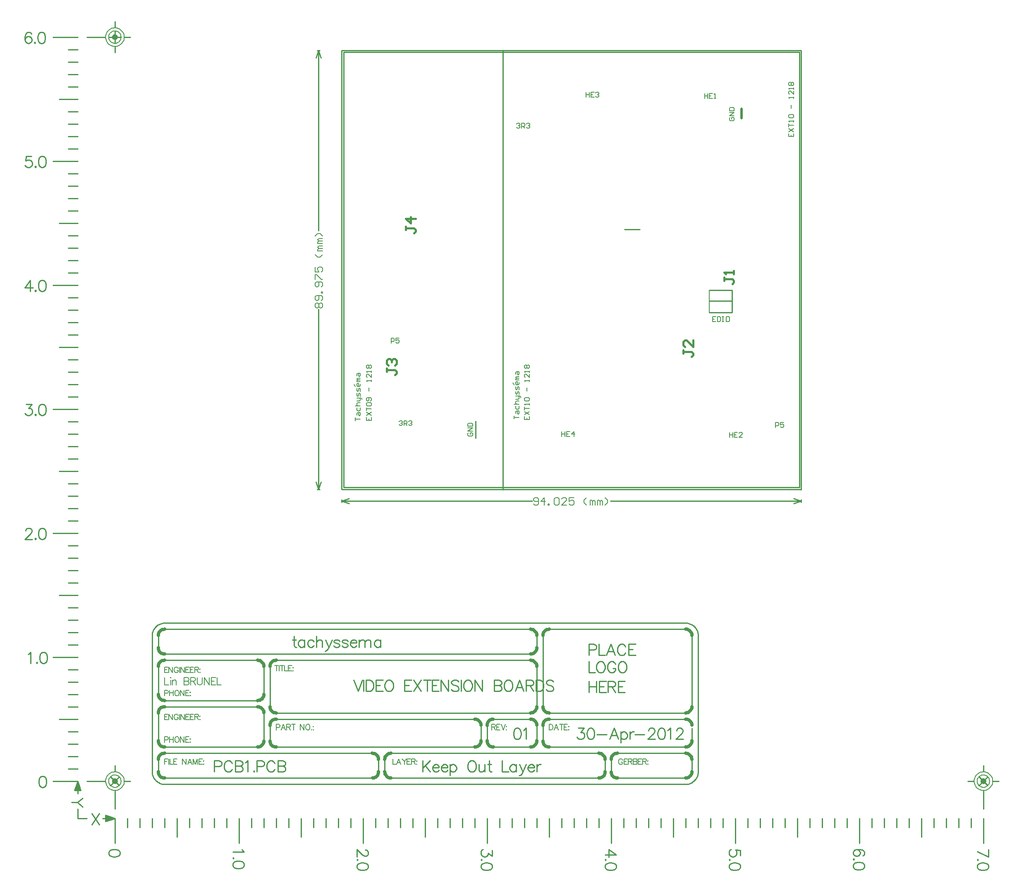
<source format=gko>
%FSLAX44Y44*%
%MOMM*%
G71*
G01*
G75*
%ADD10R,1.5240X1.5240*%
%ADD11R,0.2500X1.8000*%
%ADD12R,3.0320X1.7780*%
%ADD13O,0.3000X2.5000*%
%ADD14R,0.3000X2.5000*%
%ADD15O,2.5000X0.3000*%
%ADD16R,2.5000X0.3000*%
%ADD17R,1.8000X0.2500*%
%ADD18R,5.5000X5.5000*%
%ADD19R,0.6000X1.1000*%
%ADD20R,0.3000X1.2000*%
%ADD21R,2.0000X0.5000*%
%ADD22R,1.0000X0.5000*%
%ADD23C,0.2500*%
%ADD24C,0.5000*%
%ADD25C,0.2286*%
%ADD26C,0.2000*%
%ADD27C,0.4000*%
%ADD28C,0.6350*%
%ADD29C,0.2540*%
%ADD30C,0.2032*%
%ADD31C,0.1524*%
%ADD32C,0.1270*%
%ADD33C,2.0000*%
%ADD34C,1.5000*%
%ADD35C,3.0000*%
%ADD36O,1.8000X2.0000*%
%ADD37R,1.8000X2.0000*%
%ADD38C,5.0000*%
%ADD39C,1.6000*%
%ADD40C,1.1500*%
%ADD41O,1.2000X1.4000*%
%ADD42O,1.1000X1.6000*%
%ADD43O,1.4000X1.2000*%
%ADD44C,1.0000*%
%ADD45C,1.2700*%
%ADD46C,0.2540*%
%ADD47C,0.1500*%
%ADD48C,0.3048*%
%ADD49C,0.5048*%
%ADD50C,0.2200*%
%ADD51C,0.1000*%
%ADD52C,0.3500*%
%ADD53R,0.5080X0.5080*%
%ADD54R,1.7272X1.7272*%
%ADD55R,0.4532X2.0032*%
%ADD56R,3.2352X1.9812*%
%ADD57O,0.5032X2.7032*%
%ADD58R,0.5032X2.7032*%
%ADD59O,2.7032X0.5032*%
%ADD60R,2.7032X0.5032*%
%ADD61R,2.0032X0.4532*%
%ADD62R,5.7032X5.7032*%
%ADD63R,0.8032X1.3032*%
%ADD64R,0.5000X1.4000*%
%ADD65R,2.2000X0.7000*%
%ADD66R,1.2000X0.7000*%
%ADD67C,2.2032*%
%ADD68C,1.7000*%
%ADD69C,3.2000*%
%ADD70C,2.2000*%
%ADD71O,2.0032X2.2032*%
%ADD72R,2.0032X2.2032*%
%ADD73C,5.2000*%
%ADD74C,1.8000*%
%ADD75C,3.2032*%
%ADD76C,1.3532*%
%ADD77O,1.4032X1.6032*%
%ADD78O,1.3032X1.8032*%
%ADD79O,1.6032X1.4032*%
%ADD80C,1.2032*%
%ADD81C,1.4732*%
D23*
X2199251Y1949525D02*
Y2840775D01*
X3131831Y1949525D02*
Y2840775D01*
X2199251D02*
X3131831D01*
X2199001Y1949525D02*
X3131831D01*
X2468831Y2050025D02*
Y2084525D01*
X2947581Y2307275D02*
X2994081D01*
Y2353025D01*
X2947581Y2353025D02*
X2994081D01*
X2947581Y2330775D02*
X2993831D01*
X2774081Y2477275D02*
X2805581D01*
X1715441Y1270032D02*
X1718743Y1271175D01*
X1715441Y1272318D02*
X1718743Y1271175D01*
X1712774Y1266222D02*
X1727506Y1271175D01*
X1712774Y1276128D02*
X1727506Y1271175D01*
X1714552Y1268762D02*
X1721664Y1271175D01*
X1714552Y1273588D02*
X1721664Y1271175D01*
X1654481Y1335437D02*
X1655624Y1332135D01*
X1653338D02*
X1654481Y1335437D01*
Y1344200D02*
X1659434Y1329468D01*
X1649528D02*
X1654481Y1344200D01*
Y1338358D02*
X1656894Y1331246D01*
X1652068D02*
X1654481Y1338358D01*
Y1341279D02*
X1658164Y1330357D01*
X1650798D02*
X1654481Y1341279D01*
X1648131Y1328325D02*
X1654481Y1347375D01*
X1660831Y1328325D01*
X1713663Y1267492D02*
X1724585Y1271175D01*
X1713663Y1274858D02*
X1724585Y1271175D01*
X1711631Y1277525D02*
X1730681Y1271175D01*
X1711631Y1264825D02*
X1730681Y1271175D01*
X3499791Y1356265D02*
X3508681Y1347375D01*
X3517571Y1338485D01*
X1721791Y1356265D02*
X1730681Y1347375D01*
X1739571Y1338485D01*
X3508681Y1347375D02*
X3517571Y1356265D01*
X3499791Y1338485D02*
X3508681Y1347375D01*
X1721791Y1338485D02*
X1730681Y1347375D01*
X1739571Y1356265D01*
X2606981Y1429925D02*
Y1461675D01*
X2911781Y1499775D02*
Y1645825D01*
X2606981Y1499775D02*
Y1645825D01*
X1806881Y1366425D02*
Y1645825D01*
X1819581Y1366425D02*
Y1391825D01*
X2911781Y1429925D02*
Y1455325D01*
Y1366425D02*
Y1391825D01*
X2594281Y1429925D02*
Y1461675D01*
X2492681Y1429925D02*
Y1461675D01*
X2048181Y1429925D02*
Y1461675D01*
X2479981Y1429925D02*
Y1461675D01*
X2048181Y1499775D02*
Y1582325D01*
X2594281Y1499775D02*
Y1582325D01*
Y1620425D02*
Y1645825D01*
X1819581Y1620425D02*
Y1645825D01*
X2035481Y1525175D02*
Y1582325D01*
X1819581Y1525175D02*
Y1582325D01*
X2035481Y1429925D02*
Y1487075D01*
X1819581Y1429925D02*
Y1487075D01*
X2924481Y1366425D02*
Y1645825D01*
X2746681Y1366425D02*
Y1391825D01*
X2733981Y1366425D02*
Y1391825D01*
X2283131Y1366425D02*
Y1391825D01*
X2270431Y1366425D02*
Y1391825D01*
X3508683Y1290223D02*
Y1328323D01*
Y1366423D02*
Y1379123D01*
X1730681Y2839625D02*
Y2852325D01*
Y2890425D02*
Y2903125D01*
Y2871375D02*
Y2884075D01*
Y2858675D02*
Y2871375D01*
X3508681Y1220375D02*
Y1271175D01*
X3483281Y1252125D02*
Y1271175D01*
X3457881Y1252125D02*
Y1271175D01*
X3432481Y1252125D02*
Y1271175D01*
X3407081Y1252125D02*
Y1271175D01*
X3381681Y1233075D02*
Y1271175D01*
X3356281Y1252125D02*
Y1271175D01*
X3330881Y1252125D02*
Y1271175D01*
X3305481Y1252125D02*
Y1271175D01*
X3280081Y1252125D02*
Y1271175D01*
X3254681Y1220375D02*
Y1271175D01*
X3229281Y1252125D02*
Y1271175D01*
X3203881Y1252125D02*
Y1271175D01*
X3178481Y1252125D02*
Y1271175D01*
X3153081Y1252125D02*
Y1271175D01*
X3127681Y1233075D02*
Y1271175D01*
X3102281Y1252125D02*
Y1271175D01*
X3076881Y1252125D02*
Y1271175D01*
X3051481Y1252125D02*
Y1271175D01*
X3026081Y1252125D02*
Y1271175D01*
X3000681Y1220375D02*
Y1271175D01*
X2975281Y1252125D02*
Y1271175D01*
X2949881Y1252125D02*
Y1271175D01*
X2924481Y1252125D02*
Y1271175D01*
X2899081Y1252125D02*
Y1271175D01*
X2873681Y1233075D02*
Y1271175D01*
X2848281Y1252125D02*
Y1271175D01*
X2822881Y1252125D02*
Y1271175D01*
X2797481Y1252125D02*
Y1271175D01*
X2772081Y1252125D02*
Y1271175D01*
X2746681Y1220375D02*
Y1271175D01*
X2721281Y1252125D02*
Y1271175D01*
X2695881Y1252125D02*
Y1271175D01*
X2670481Y1252125D02*
Y1271175D01*
X2645081Y1252125D02*
Y1271175D01*
X2619681Y1233075D02*
Y1271175D01*
X2594281Y1252125D02*
Y1271175D01*
X2568881Y1252125D02*
Y1271175D01*
X2543481Y1252125D02*
Y1271175D01*
X2518081Y1252125D02*
Y1271175D01*
X2492681Y1220375D02*
Y1271175D01*
X2467281Y1252125D02*
Y1271175D01*
X2441881Y1252125D02*
Y1271175D01*
X2416481Y1252125D02*
Y1271175D01*
X2391081Y1252125D02*
Y1271175D01*
X2365681Y1233075D02*
Y1271175D01*
X2340281Y1252125D02*
Y1271175D01*
X2314881Y1252125D02*
Y1271175D01*
X2289481Y1252125D02*
Y1271175D01*
X2264081Y1252125D02*
Y1271175D01*
X2238681Y1220375D02*
Y1271175D01*
X2213281Y1252125D02*
Y1271175D01*
X2187881Y1252125D02*
Y1271175D01*
X2162481Y1252125D02*
Y1271175D01*
X2137081Y1252125D02*
Y1271175D01*
X2111681Y1233075D02*
Y1271175D01*
X2086281Y1252125D02*
Y1271175D01*
X2060881Y1252125D02*
Y1271175D01*
X2035481Y1252125D02*
Y1271175D01*
X2010081Y1252125D02*
Y1271175D01*
X1984681Y1220375D02*
Y1271175D01*
X1959281Y1252125D02*
Y1271175D01*
X1933881Y1252125D02*
Y1271175D01*
X1908481Y1252125D02*
Y1271175D01*
X1883081Y1252125D02*
Y1271175D01*
X1857681Y1233075D02*
Y1271175D01*
X1832281Y1252125D02*
Y1271175D01*
X1806881Y1252125D02*
Y1271175D01*
X1781481Y1252125D02*
Y1271175D01*
X1756081Y1252125D02*
Y1271175D01*
X1730681Y1220375D02*
Y1271175D01*
X1715441Y1270032D02*
Y1272318D01*
X1712774Y1266222D02*
Y1276128D01*
X1714552Y1268762D02*
Y1273588D01*
X1654481Y1321975D02*
Y1328325D01*
X1713663Y1267492D02*
Y1274858D01*
X1711631Y1264825D02*
Y1277525D01*
X1654481Y1271175D02*
Y1290225D01*
X1730683Y1366423D02*
Y1379123D01*
Y1290223D02*
Y1328323D01*
X2619681Y1474375D02*
X2899081D01*
X2619681Y1487075D02*
X2899081D01*
X2060881D02*
X2581581D01*
X2619681Y1658525D02*
X2899081D01*
X2619681Y1417225D02*
X2899081D01*
X2505381Y1474375D02*
X2581581D01*
X2505381Y1417225D02*
X2581581D01*
X2060881D02*
X2467281D01*
X2060881Y1474375D02*
X2467281D01*
X2060881Y1595025D02*
X2581581D01*
X1832281Y1607725D02*
X2581581D01*
X1832281Y1595025D02*
X2022781D01*
X1832281Y1512475D02*
X2022781D01*
X1832281Y1499775D02*
X2022781D01*
X1832281Y1417225D02*
X2022781D01*
X1832281Y1671225D02*
X2899081D01*
X1832281Y1341025D02*
X2899081D01*
X1832281Y1658525D02*
X2581581D01*
X2759381Y1404525D02*
X2899081D01*
X2759381Y1353725D02*
X2899081D01*
X2295831Y1404525D02*
X2721281D01*
X1832281D02*
X2257731D01*
X1832281Y1353725D02*
X2257731D01*
X2295831D02*
X2721281D01*
X3527733Y1347373D02*
X3540433D01*
X3476933D02*
X3489633D01*
X1749731Y2871375D02*
X1762431D01*
X1673531D02*
X1711631D01*
X1717981D02*
X1730681D01*
X1743381D01*
X1603681D02*
X1654481D01*
X1635431Y2845975D02*
X1654481D01*
X1635431Y2820575D02*
X1654481D01*
X1635431Y2795175D02*
X1654481D01*
X1635431Y2769775D02*
X1654481D01*
X1616381Y2744375D02*
X1654481D01*
X1635431Y2718975D02*
X1654481D01*
X1635431Y2693575D02*
X1654481D01*
X1635431Y2668175D02*
X1654481D01*
X1635431Y2642775D02*
X1654481D01*
X1603681Y2617375D02*
X1654481D01*
X1635431Y2591975D02*
X1654481D01*
X1635431Y2566575D02*
X1654481D01*
X1635431Y2541175D02*
X1654481D01*
X1635431Y2515775D02*
X1654481D01*
X1616381Y2490375D02*
X1654481D01*
X1635431Y2464975D02*
X1654481D01*
X1635431Y2439575D02*
X1654481D01*
X1635431Y2414175D02*
X1654481D01*
X1635431Y2388775D02*
X1654481D01*
X1603681Y2363375D02*
X1654481D01*
X1635431Y2337975D02*
X1654481D01*
X1635431Y2312575D02*
X1654481D01*
X1635431Y2287175D02*
X1654481D01*
X1635431Y2261775D02*
X1654481D01*
X1616381Y2236375D02*
X1654481D01*
X1635431Y2210975D02*
X1654481D01*
X1635431Y2185575D02*
X1654481D01*
X1635431Y2160175D02*
X1654481D01*
X1635431Y2134775D02*
X1654481D01*
X1603681Y2109375D02*
X1654481D01*
X1635431Y2083975D02*
X1654481D01*
X1635431Y2058575D02*
X1654481D01*
X1635431Y2033175D02*
X1654481D01*
X1635431Y2007775D02*
X1654481D01*
X1616381Y1982375D02*
X1654481D01*
X1635431Y1956975D02*
X1654481D01*
X1635431Y1931575D02*
X1654481D01*
X1635431Y1906175D02*
X1654481D01*
X1635431Y1880775D02*
X1654481D01*
X1603681Y1855375D02*
X1654481D01*
X1635431Y1829975D02*
X1654481D01*
X1635431Y1804575D02*
X1654481D01*
X1635431Y1779175D02*
X1654481D01*
X1635431Y1753775D02*
X1654481D01*
X1616381Y1728375D02*
X1654481D01*
X1635431Y1702975D02*
X1654481D01*
X1635431Y1677575D02*
X1654481D01*
X1635431Y1652175D02*
X1654481D01*
X1635431Y1626775D02*
X1654481D01*
X1603681Y1601375D02*
X1654481D01*
X1635431Y1575975D02*
X1654481D01*
X1635431Y1550575D02*
X1654481D01*
X1635431Y1525175D02*
X1654481D01*
X1635431Y1499775D02*
X1654481D01*
X1616381Y1474375D02*
X1654481D01*
X1635431Y1448975D02*
X1654481D01*
X1635431Y1423575D02*
X1654481D01*
X1635431Y1398175D02*
X1654481D01*
X1635431Y1372775D02*
X1654481D01*
X1603681Y1347375D02*
X1654481D01*
X1705281Y1271175D02*
X1711631D01*
X1653338Y1332135D02*
X1655624D01*
X1649528Y1329468D02*
X1659434D01*
X1652068Y1331246D02*
X1656894D01*
X1650798Y1330357D02*
X1658164D01*
X1648131Y1328325D02*
X1660831D01*
X1654481Y1271175D02*
X1673531D01*
X1673533Y1347373D02*
X1711633D01*
X1749733D02*
X1762433D01*
X2194831Y1944525D02*
X3135081D01*
X2194831Y2844275D02*
X3135201D01*
X2194831Y1944525D02*
Y2844275D01*
X3135201Y1944395D02*
Y2844395D01*
X2525001Y1944395D02*
Y2844395D01*
D24*
X3013331Y2705525D02*
Y2724275D01*
D25*
X2097166Y1644550D02*
Y1626048D01*
X2098254Y1622783D01*
X2100431Y1621695D01*
X2102607D01*
X2093901Y1636932D02*
X2101519D01*
X2118932D02*
Y1621695D01*
Y1633667D02*
X2116756Y1635844D01*
X2114579Y1636932D01*
X2111314D01*
X2109137Y1635844D01*
X2106961Y1633667D01*
X2105872Y1630402D01*
Y1628225D01*
X2106961Y1624960D01*
X2109137Y1622783D01*
X2111314Y1621695D01*
X2114579D01*
X2116756Y1622783D01*
X2118932Y1624960D01*
X2138087Y1633667D02*
X2135911Y1635844D01*
X2133734Y1636932D01*
X2130469D01*
X2128292Y1635844D01*
X2126116Y1633667D01*
X2125027Y1630402D01*
Y1628225D01*
X2126116Y1624960D01*
X2128292Y1622783D01*
X2130469Y1621695D01*
X2133734D01*
X2135911Y1622783D01*
X2138087Y1624960D01*
X2142985Y1644550D02*
Y1621695D01*
Y1632578D02*
X2146250Y1635844D01*
X2148426Y1636932D01*
X2151691D01*
X2153868Y1635844D01*
X2154957Y1632578D01*
Y1621695D01*
X2162031Y1636932D02*
X2168561Y1621695D01*
X2175091Y1636932D02*
X2168561Y1621695D01*
X2166384Y1617342D01*
X2164207Y1615165D01*
X2162031Y1614077D01*
X2160942D01*
X2190872Y1633667D02*
X2189783Y1635844D01*
X2186518Y1636932D01*
X2183253D01*
X2179988Y1635844D01*
X2178900Y1633667D01*
X2179988Y1631490D01*
X2182165Y1630402D01*
X2187607Y1629314D01*
X2189783Y1628225D01*
X2190872Y1626048D01*
Y1624960D01*
X2189783Y1622783D01*
X2186518Y1621695D01*
X2183253D01*
X2179988Y1622783D01*
X2178900Y1624960D01*
X2207632Y1633667D02*
X2206544Y1635844D01*
X2203279Y1636932D01*
X2200014D01*
X2196749Y1635844D01*
X2195660Y1633667D01*
X2196749Y1631490D01*
X2198925Y1630402D01*
X2204367Y1629314D01*
X2206544Y1628225D01*
X2207632Y1626048D01*
Y1624960D01*
X2206544Y1622783D01*
X2203279Y1621695D01*
X2200014D01*
X2196749Y1622783D01*
X2195660Y1624960D01*
X2212421Y1630402D02*
X2225481D01*
Y1632578D01*
X2224393Y1634755D01*
X2223304Y1635844D01*
X2221127Y1636932D01*
X2217862D01*
X2215686Y1635844D01*
X2213509Y1633667D01*
X2212421Y1630402D01*
Y1628225D01*
X2213509Y1624960D01*
X2215686Y1622783D01*
X2217862Y1621695D01*
X2221127D01*
X2223304Y1622783D01*
X2225481Y1624960D01*
X2230378Y1636932D02*
Y1621695D01*
Y1632578D02*
X2233643Y1635844D01*
X2235820Y1636932D01*
X2239085D01*
X2241262Y1635844D01*
X2242350Y1632578D01*
Y1621695D01*
Y1632578D02*
X2245615Y1635844D01*
X2247792Y1636932D01*
X2251057D01*
X2253233Y1635844D01*
X2254322Y1632578D01*
Y1621695D01*
X2274565Y1636932D02*
Y1621695D01*
Y1633667D02*
X2272388Y1635844D01*
X2270211Y1636932D01*
X2266947D01*
X2264770Y1635844D01*
X2262593Y1633667D01*
X2261505Y1630402D01*
Y1628225D01*
X2262593Y1624960D01*
X2264770Y1622783D01*
X2266947Y1621695D01*
X2270211D01*
X2272388Y1622783D01*
X2274565Y1624960D01*
X2219631Y1554380D02*
X2228337Y1531525D01*
X2237044Y1554380D02*
X2228337Y1531525D01*
X2239983Y1554380D02*
Y1531525D01*
X2244771Y1554380D02*
Y1531525D01*
Y1554380D02*
X2252390D01*
X2255655Y1553292D01*
X2257831Y1551115D01*
X2258920Y1548938D01*
X2260008Y1545674D01*
Y1540232D01*
X2258920Y1536967D01*
X2257831Y1534790D01*
X2255655Y1532613D01*
X2252390Y1531525D01*
X2244771D01*
X2279272Y1554380D02*
X2265123D01*
Y1531525D01*
X2279272D01*
X2265123Y1543497D02*
X2273830D01*
X2289611Y1554380D02*
X2287434Y1553292D01*
X2285258Y1551115D01*
X2284169Y1548938D01*
X2283081Y1545674D01*
Y1540232D01*
X2284169Y1536967D01*
X2285258Y1534790D01*
X2287434Y1532613D01*
X2289611Y1531525D01*
X2293964D01*
X2296141Y1532613D01*
X2298318Y1534790D01*
X2299406Y1536967D01*
X2300494Y1540232D01*
Y1545674D01*
X2299406Y1548938D01*
X2298318Y1551115D01*
X2296141Y1553292D01*
X2293964Y1554380D01*
X2289611D01*
X2337933D02*
X2323785D01*
Y1531525D01*
X2337933D01*
X2323785Y1543497D02*
X2332491D01*
X2341742Y1554380D02*
X2356979Y1531525D01*
Y1554380D02*
X2341742Y1531525D01*
X2369713Y1554380D02*
Y1531525D01*
X2362094Y1554380D02*
X2377331D01*
X2394200D02*
X2380052D01*
Y1531525D01*
X2394200D01*
X2380052Y1543497D02*
X2388758D01*
X2398009Y1554380D02*
Y1531525D01*
Y1554380D02*
X2413246Y1531525D01*
Y1554380D02*
Y1531525D01*
X2434795Y1551115D02*
X2432619Y1553292D01*
X2429353Y1554380D01*
X2425000D01*
X2421735Y1553292D01*
X2419558Y1551115D01*
Y1548938D01*
X2420647Y1546762D01*
X2421735Y1545674D01*
X2423912Y1544585D01*
X2430442Y1542408D01*
X2432619Y1541320D01*
X2433707Y1540232D01*
X2434795Y1538055D01*
Y1534790D01*
X2432619Y1532613D01*
X2429353Y1531525D01*
X2425000D01*
X2421735Y1532613D01*
X2419558Y1534790D01*
X2439910Y1554380D02*
Y1531525D01*
X2451229Y1554380D02*
X2449052Y1553292D01*
X2446876Y1551115D01*
X2445787Y1548938D01*
X2444699Y1545674D01*
Y1540232D01*
X2445787Y1536967D01*
X2446876Y1534790D01*
X2449052Y1532613D01*
X2451229Y1531525D01*
X2455582D01*
X2457759Y1532613D01*
X2459936Y1534790D01*
X2461024Y1536967D01*
X2462112Y1540232D01*
Y1545674D01*
X2461024Y1548938D01*
X2459936Y1551115D01*
X2457759Y1553292D01*
X2455582Y1554380D01*
X2451229D01*
X2467445D02*
Y1531525D01*
Y1554380D02*
X2482682Y1531525D01*
Y1554380D02*
Y1531525D01*
X2506952Y1554380D02*
Y1531525D01*
Y1554380D02*
X2516747D01*
X2520012Y1553292D01*
X2521100Y1552204D01*
X2522189Y1550027D01*
Y1547850D01*
X2521100Y1545674D01*
X2520012Y1544585D01*
X2516747Y1543497D01*
X2506952D02*
X2516747D01*
X2520012Y1542408D01*
X2521100Y1541320D01*
X2522189Y1539144D01*
Y1535878D01*
X2521100Y1533702D01*
X2520012Y1532613D01*
X2516747Y1531525D01*
X2506952D01*
X2533834Y1554380D02*
X2531657Y1553292D01*
X2529480Y1551115D01*
X2528392Y1548938D01*
X2527304Y1545674D01*
Y1540232D01*
X2528392Y1536967D01*
X2529480Y1534790D01*
X2531657Y1532613D01*
X2533834Y1531525D01*
X2538187D01*
X2540364Y1532613D01*
X2542541Y1534790D01*
X2543629Y1536967D01*
X2544717Y1540232D01*
Y1545674D01*
X2543629Y1548938D01*
X2542541Y1551115D01*
X2540364Y1553292D01*
X2538187Y1554380D01*
X2533834D01*
X2567463Y1531525D02*
X2558757Y1554380D01*
X2550050Y1531525D01*
X2553315Y1539144D02*
X2564199D01*
X2572796Y1554380D02*
Y1531525D01*
Y1554380D02*
X2582591D01*
X2585856Y1553292D01*
X2586945Y1552204D01*
X2588033Y1550027D01*
Y1547850D01*
X2586945Y1545674D01*
X2585856Y1544585D01*
X2582591Y1543497D01*
X2572796D01*
X2580415D02*
X2588033Y1531525D01*
X2593148Y1554380D02*
Y1531525D01*
Y1554380D02*
X2600767D01*
X2604032Y1553292D01*
X2606208Y1551115D01*
X2607297Y1548938D01*
X2608385Y1545674D01*
Y1540232D01*
X2607297Y1536967D01*
X2606208Y1534790D01*
X2604032Y1532613D01*
X2600767Y1531525D01*
X2593148D01*
X2628737Y1551115D02*
X2626560Y1553292D01*
X2623295Y1554380D01*
X2618942D01*
X2615677Y1553292D01*
X2613500Y1551115D01*
Y1548938D01*
X2614589Y1546762D01*
X2615677Y1545674D01*
X2617854Y1544585D01*
X2624384Y1542408D01*
X2626560Y1541320D01*
X2627649Y1540232D01*
X2628737Y1538055D01*
Y1534790D01*
X2626560Y1532613D01*
X2623295Y1531525D01*
X2618942D01*
X2615677Y1532613D01*
X2613500Y1534790D01*
X1933881Y1377309D02*
X1943676D01*
X1946941Y1378397D01*
X1948029Y1379485D01*
X1949117Y1381662D01*
Y1384927D01*
X1948029Y1387103D01*
X1946941Y1388192D01*
X1943676Y1389280D01*
X1933881D01*
Y1366425D01*
X1970558Y1383839D02*
X1969469Y1386015D01*
X1967293Y1388192D01*
X1965116Y1389280D01*
X1960763D01*
X1958586Y1388192D01*
X1956409Y1386015D01*
X1955321Y1383839D01*
X1954233Y1380573D01*
Y1375132D01*
X1955321Y1371867D01*
X1956409Y1369690D01*
X1958586Y1367513D01*
X1960763Y1366425D01*
X1965116D01*
X1967293Y1367513D01*
X1969469Y1369690D01*
X1970558Y1371867D01*
X1976979Y1389280D02*
Y1366425D01*
Y1389280D02*
X1986774D01*
X1990039Y1388192D01*
X1991127Y1387103D01*
X1992216Y1384927D01*
Y1382750D01*
X1991127Y1380573D01*
X1990039Y1379485D01*
X1986774Y1378397D01*
X1976979D02*
X1986774D01*
X1990039Y1377309D01*
X1991127Y1376220D01*
X1992216Y1374043D01*
Y1370779D01*
X1991127Y1368602D01*
X1990039Y1367513D01*
X1986774Y1366425D01*
X1976979D01*
X1997331Y1384927D02*
X1999507Y1386015D01*
X2002773Y1389280D01*
Y1366425D01*
X2015180Y1368602D02*
X2014091Y1367513D01*
X2015180Y1366425D01*
X2016268Y1367513D01*
X2015180Y1368602D01*
X2021274Y1377309D02*
X2031069D01*
X2034334Y1378397D01*
X2035423Y1379485D01*
X2036511Y1381662D01*
Y1384927D01*
X2035423Y1387103D01*
X2034334Y1388192D01*
X2031069Y1389280D01*
X2021274D01*
Y1366425D01*
X2057951Y1383839D02*
X2056863Y1386015D01*
X2054686Y1388192D01*
X2052510Y1389280D01*
X2048156D01*
X2045980Y1388192D01*
X2043803Y1386015D01*
X2042715Y1383839D01*
X2041626Y1380573D01*
Y1375132D01*
X2042715Y1371867D01*
X2043803Y1369690D01*
X2045980Y1367513D01*
X2048156Y1366425D01*
X2052510D01*
X2054686Y1367513D01*
X2056863Y1369690D01*
X2057951Y1371867D01*
X2064373Y1389280D02*
Y1366425D01*
Y1389280D02*
X2074167D01*
X2077433Y1388192D01*
X2078521Y1387103D01*
X2079609Y1384927D01*
Y1382750D01*
X2078521Y1380573D01*
X2077433Y1379485D01*
X2074167Y1378397D01*
X2064373D02*
X2074167D01*
X2077433Y1377309D01*
X2078521Y1376220D01*
X2079609Y1374043D01*
Y1370779D01*
X2078521Y1368602D01*
X2077433Y1367513D01*
X2074167Y1366425D01*
X2064373D01*
X2360601Y1389280D02*
Y1366425D01*
X2375837Y1389280D02*
X2360601Y1374043D01*
X2366042Y1379485D02*
X2375837Y1366425D01*
X2380953Y1375132D02*
X2394013D01*
Y1377309D01*
X2392924Y1379485D01*
X2391836Y1380573D01*
X2389659Y1381662D01*
X2386394D01*
X2384218Y1380573D01*
X2382041Y1378397D01*
X2380953Y1375132D01*
Y1372955D01*
X2382041Y1369690D01*
X2384218Y1367513D01*
X2386394Y1366425D01*
X2389659D01*
X2391836Y1367513D01*
X2394013Y1369690D01*
X2398910Y1375132D02*
X2411970D01*
Y1377309D01*
X2410882Y1379485D01*
X2409794Y1380573D01*
X2407617Y1381662D01*
X2404352D01*
X2402175Y1380573D01*
X2399998Y1378397D01*
X2398910Y1375132D01*
Y1372955D01*
X2399998Y1369690D01*
X2402175Y1367513D01*
X2404352Y1366425D01*
X2407617D01*
X2409794Y1367513D01*
X2411970Y1369690D01*
X2416868Y1381662D02*
Y1358807D01*
Y1378397D02*
X2419044Y1380573D01*
X2421221Y1381662D01*
X2424486D01*
X2426663Y1380573D01*
X2428840Y1378397D01*
X2429928Y1375132D01*
Y1372955D01*
X2428840Y1369690D01*
X2426663Y1367513D01*
X2424486Y1366425D01*
X2421221D01*
X2419044Y1367513D01*
X2416868Y1369690D01*
X2459313Y1389280D02*
X2457136Y1388192D01*
X2454960Y1386015D01*
X2453871Y1383839D01*
X2452783Y1380573D01*
Y1375132D01*
X2453871Y1371867D01*
X2454960Y1369690D01*
X2457136Y1367513D01*
X2459313Y1366425D01*
X2463666D01*
X2465843Y1367513D01*
X2468020Y1369690D01*
X2469108Y1371867D01*
X2470196Y1375132D01*
Y1380573D01*
X2469108Y1383839D01*
X2468020Y1386015D01*
X2465843Y1388192D01*
X2463666Y1389280D01*
X2459313D01*
X2475529Y1381662D02*
Y1370779D01*
X2476617Y1367513D01*
X2478794Y1366425D01*
X2482059D01*
X2484236Y1367513D01*
X2487501Y1370779D01*
Y1381662D02*
Y1366425D01*
X2496752Y1389280D02*
Y1370779D01*
X2497840Y1367513D01*
X2500017Y1366425D01*
X2502193D01*
X2493487Y1381662D02*
X2501105D01*
X2523416Y1389280D02*
Y1366425D01*
X2536476D01*
X2552039Y1381662D02*
Y1366425D01*
Y1378397D02*
X2549863Y1380573D01*
X2547686Y1381662D01*
X2544421D01*
X2542244Y1380573D01*
X2540068Y1378397D01*
X2538979Y1375132D01*
Y1372955D01*
X2540068Y1369690D01*
X2542244Y1367513D01*
X2544421Y1366425D01*
X2547686D01*
X2549863Y1367513D01*
X2552039Y1369690D01*
X2559222Y1381662D02*
X2565752Y1366425D01*
X2572282Y1381662D02*
X2565752Y1366425D01*
X2563576Y1362072D01*
X2561399Y1359895D01*
X2559222Y1358807D01*
X2558134D01*
X2576092Y1375132D02*
X2589152D01*
Y1377309D01*
X2588063Y1379485D01*
X2586975Y1380573D01*
X2584798Y1381662D01*
X2581533D01*
X2579357Y1380573D01*
X2577180Y1378397D01*
X2576092Y1375132D01*
Y1372955D01*
X2577180Y1369690D01*
X2579357Y1367513D01*
X2581533Y1366425D01*
X2584798D01*
X2586975Y1367513D01*
X2589152Y1369690D01*
X2594049Y1381662D02*
Y1366425D01*
Y1375132D02*
X2595138Y1378397D01*
X2597314Y1380573D01*
X2599491Y1381662D01*
X2602756D01*
X2553186Y1455955D02*
X2549921Y1454867D01*
X2547744Y1451602D01*
X2546656Y1446160D01*
Y1442895D01*
X2547744Y1437453D01*
X2549921Y1434188D01*
X2553186Y1433100D01*
X2555362D01*
X2558627Y1434188D01*
X2560804Y1437453D01*
X2561892Y1442895D01*
Y1446160D01*
X2560804Y1451602D01*
X2558627Y1454867D01*
X2555362Y1455955D01*
X2553186D01*
X2567008Y1451602D02*
X2569184Y1452690D01*
X2572449Y1455955D01*
Y1433100D01*
X2700961Y1616069D02*
X2710756D01*
X2714021Y1617157D01*
X2715109Y1618245D01*
X2716198Y1620422D01*
Y1623687D01*
X2715109Y1625863D01*
X2714021Y1626952D01*
X2710756Y1628040D01*
X2700961D01*
Y1605185D01*
X2721313Y1628040D02*
Y1605185D01*
X2734373D01*
X2754289D02*
X2745583Y1628040D01*
X2736876Y1605185D01*
X2740141Y1612803D02*
X2751024D01*
X2775947Y1622599D02*
X2774859Y1624775D01*
X2772682Y1626952D01*
X2770505Y1628040D01*
X2766152D01*
X2763976Y1626952D01*
X2761799Y1624775D01*
X2760710Y1622599D01*
X2759622Y1619333D01*
Y1613892D01*
X2760710Y1610627D01*
X2761799Y1608450D01*
X2763976Y1606273D01*
X2766152Y1605185D01*
X2770505D01*
X2772682Y1606273D01*
X2774859Y1608450D01*
X2775947Y1610627D01*
X2796517Y1628040D02*
X2782368D01*
Y1605185D01*
X2796517D01*
X2782368Y1617157D02*
X2791075D01*
X2700961Y1592480D02*
Y1569625D01*
X2714021D01*
X2723054Y1592480D02*
X2720877Y1591392D01*
X2718701Y1589215D01*
X2717612Y1587039D01*
X2716524Y1583773D01*
Y1578332D01*
X2717612Y1575067D01*
X2718701Y1572890D01*
X2720877Y1570713D01*
X2723054Y1569625D01*
X2727407D01*
X2729584Y1570713D01*
X2731761Y1572890D01*
X2732849Y1575067D01*
X2733937Y1578332D01*
Y1583773D01*
X2732849Y1587039D01*
X2731761Y1589215D01*
X2729584Y1591392D01*
X2727407Y1592480D01*
X2723054D01*
X2755595Y1587039D02*
X2754507Y1589215D01*
X2752330Y1591392D01*
X2750154Y1592480D01*
X2745800D01*
X2743623Y1591392D01*
X2741447Y1589215D01*
X2740359Y1587039D01*
X2739270Y1583773D01*
Y1578332D01*
X2740359Y1575067D01*
X2741447Y1572890D01*
X2743623Y1570713D01*
X2745800Y1569625D01*
X2750154D01*
X2752330Y1570713D01*
X2754507Y1572890D01*
X2755595Y1575067D01*
Y1578332D01*
X2750154D02*
X2755595D01*
X2767349Y1592480D02*
X2765173Y1591392D01*
X2762996Y1589215D01*
X2761908Y1587039D01*
X2760819Y1583773D01*
Y1578332D01*
X2761908Y1575067D01*
X2762996Y1572890D01*
X2765173Y1570713D01*
X2767349Y1569625D01*
X2771703D01*
X2773879Y1570713D01*
X2776056Y1572890D01*
X2777144Y1575067D01*
X2778233Y1578332D01*
Y1583773D01*
X2777144Y1587039D01*
X2776056Y1589215D01*
X2773879Y1591392D01*
X2771703Y1592480D01*
X2767349D01*
X2700961Y1551840D02*
Y1528985D01*
X2716198Y1551840D02*
Y1528985D01*
X2700961Y1540957D02*
X2716198D01*
X2736658Y1551840D02*
X2722510D01*
Y1528985D01*
X2736658D01*
X2722510Y1540957D02*
X2731216D01*
X2740468Y1551840D02*
Y1528985D01*
Y1551840D02*
X2750262D01*
X2753528Y1550752D01*
X2754616Y1549664D01*
X2755704Y1547487D01*
Y1545310D01*
X2754616Y1543134D01*
X2753528Y1542045D01*
X2750262Y1540957D01*
X2740468D01*
X2748086D02*
X2755704Y1528985D01*
X2774968Y1551840D02*
X2760819D01*
Y1528985D01*
X2774968D01*
X2760819Y1540957D02*
X2769526D01*
X2679007Y1455955D02*
X2690979D01*
X2684449Y1447249D01*
X2687714D01*
X2689891Y1446160D01*
X2690979Y1445072D01*
X2692067Y1441807D01*
Y1439630D01*
X2690979Y1436365D01*
X2688802Y1434188D01*
X2685537Y1433100D01*
X2682272D01*
X2679007Y1434188D01*
X2677919Y1435277D01*
X2676831Y1437453D01*
X2703713Y1455955D02*
X2700448Y1454867D01*
X2698271Y1451602D01*
X2697183Y1446160D01*
Y1442895D01*
X2698271Y1437453D01*
X2700448Y1434188D01*
X2703713Y1433100D01*
X2705889D01*
X2709154Y1434188D01*
X2711331Y1437453D01*
X2712419Y1442895D01*
Y1446160D01*
X2711331Y1451602D01*
X2709154Y1454867D01*
X2705889Y1455955D01*
X2703713D01*
X2717534Y1442895D02*
X2737125D01*
X2761286Y1433100D02*
X2752579Y1455955D01*
X2743872Y1433100D01*
X2747137Y1440719D02*
X2758021D01*
X2766619Y1448337D02*
Y1425482D01*
Y1445072D02*
X2768795Y1447249D01*
X2770972Y1448337D01*
X2774237D01*
X2776414Y1447249D01*
X2778590Y1445072D01*
X2779679Y1441807D01*
Y1439630D01*
X2778590Y1436365D01*
X2776414Y1434188D01*
X2774237Y1433100D01*
X2770972D01*
X2768795Y1434188D01*
X2766619Y1436365D01*
X2784576Y1448337D02*
Y1433100D01*
Y1441807D02*
X2785664Y1445072D01*
X2787841Y1447249D01*
X2790018Y1448337D01*
X2793283D01*
X2795351Y1442895D02*
X2814941D01*
X2822777Y1450513D02*
Y1451602D01*
X2823865Y1453779D01*
X2824954Y1454867D01*
X2827130Y1455955D01*
X2831483D01*
X2833660Y1454867D01*
X2834749Y1453779D01*
X2835837Y1451602D01*
Y1449425D01*
X2834749Y1447249D01*
X2832572Y1443983D01*
X2821689Y1433100D01*
X2836925D01*
X2848571Y1455955D02*
X2845305Y1454867D01*
X2843129Y1451602D01*
X2842040Y1446160D01*
Y1442895D01*
X2843129Y1437453D01*
X2845305Y1434188D01*
X2848571Y1433100D01*
X2850747D01*
X2854012Y1434188D01*
X2856189Y1437453D01*
X2857277Y1442895D01*
Y1446160D01*
X2856189Y1451602D01*
X2854012Y1454867D01*
X2850747Y1455955D01*
X2848571D01*
X2862392Y1451602D02*
X2864569Y1452690D01*
X2867834Y1455955D01*
Y1433100D01*
X2880241Y1450513D02*
Y1451602D01*
X2881330Y1453779D01*
X2882418Y1454867D01*
X2884594Y1455955D01*
X2888948D01*
X2891125Y1454867D01*
X2892213Y1453779D01*
X2893301Y1451602D01*
Y1449425D01*
X2892213Y1447249D01*
X2890036Y1443983D01*
X2879153Y1433100D01*
X2894390D01*
X1664636Y1312450D02*
X1653752Y1303743D01*
X1641781D01*
X1664636Y1295037D02*
X1653752Y1303743D01*
X1683056Y1281330D02*
X1698292Y1258475D01*
Y1281330D02*
X1683056Y1258475D01*
X3261571Y1194615D02*
X3263747Y1195703D01*
X3264836Y1198968D01*
Y1201145D01*
X3263747Y1204410D01*
X3260482Y1206587D01*
X3255041Y1207675D01*
X3249599D01*
X3245246Y1206587D01*
X3243069Y1204410D01*
X3241981Y1201145D01*
Y1200057D01*
X3243069Y1196792D01*
X3245246Y1194615D01*
X3248511Y1193527D01*
X3249599D01*
X3252864Y1194615D01*
X3255041Y1196792D01*
X3256129Y1200057D01*
Y1201145D01*
X3255041Y1204410D01*
X3252864Y1206587D01*
X3249599Y1207675D01*
X3244157Y1187432D02*
X3243069Y1188520D01*
X3241981Y1187432D01*
X3243069Y1186344D01*
X3244157Y1187432D01*
X3264836Y1174807D02*
X3263747Y1178072D01*
X3260482Y1180249D01*
X3255041Y1181337D01*
X3251776D01*
X3246334Y1180249D01*
X3243069Y1178072D01*
X3241981Y1174807D01*
Y1172631D01*
X3243069Y1169366D01*
X3246334Y1167189D01*
X3251776Y1166101D01*
X3255041D01*
X3260482Y1167189D01*
X3263747Y1169366D01*
X3264836Y1172631D01*
Y1174807D01*
X2756836Y1196792D02*
X2741599Y1207675D01*
Y1191350D01*
X2756836Y1196792D02*
X2733981D01*
X2736158Y1186235D02*
X2735069Y1187323D01*
X2733981Y1186235D01*
X2735069Y1185146D01*
X2736158Y1186235D01*
X2756836Y1173610D02*
X2755747Y1176875D01*
X2752482Y1179052D01*
X2747041Y1180140D01*
X2743776D01*
X2738334Y1179052D01*
X2735069Y1176875D01*
X2733981Y1173610D01*
Y1171433D01*
X2735069Y1168168D01*
X2738334Y1165992D01*
X2743776Y1164903D01*
X2747041D01*
X2752482Y1165992D01*
X2755747Y1168168D01*
X2756836Y1171433D01*
Y1173610D01*
X2243394Y1206587D02*
X2244482D01*
X2246659Y1205498D01*
X2247747Y1204410D01*
X2248836Y1202233D01*
Y1197880D01*
X2247747Y1195703D01*
X2246659Y1194615D01*
X2244482Y1193527D01*
X2242306D01*
X2240129Y1194615D01*
X2236864Y1196792D01*
X2225981Y1207675D01*
Y1192438D01*
X2228157Y1186235D02*
X2227069Y1187323D01*
X2225981Y1186235D01*
X2227069Y1185146D01*
X2228157Y1186235D01*
X2248836Y1173610D02*
X2247747Y1176875D01*
X2244482Y1179052D01*
X2239041Y1180140D01*
X2235776D01*
X2230334Y1179052D01*
X2227069Y1176875D01*
X2225981Y1173610D01*
Y1171433D01*
X2227069Y1168168D01*
X2230334Y1165992D01*
X2235776Y1164903D01*
X2239041D01*
X2244482Y1165992D01*
X2247747Y1168168D01*
X2248836Y1171433D01*
Y1173610D01*
X1740836Y1201145D02*
X1739747Y1204410D01*
X1736482Y1206587D01*
X1731041Y1207675D01*
X1727776D01*
X1722334Y1206587D01*
X1719069Y1204410D01*
X1717981Y1201145D01*
Y1198968D01*
X1719069Y1195703D01*
X1722334Y1193527D01*
X1727776Y1192438D01*
X1731041D01*
X1736482Y1193527D01*
X1739747Y1195703D01*
X1740836Y1198968D01*
Y1201145D01*
X1990482Y1207675D02*
X1991571Y1205498D01*
X1994836Y1202233D01*
X1971981D01*
X1974157Y1189826D02*
X1973069Y1190915D01*
X1971981Y1189826D01*
X1973069Y1188738D01*
X1974157Y1189826D01*
X1994836Y1177202D02*
X1993747Y1180467D01*
X1990482Y1182643D01*
X1985041Y1183732D01*
X1981776D01*
X1976334Y1182643D01*
X1973069Y1180467D01*
X1971981Y1177202D01*
Y1175025D01*
X1973069Y1171760D01*
X1976334Y1169583D01*
X1981776Y1168495D01*
X1985041D01*
X1990482Y1169583D01*
X1993747Y1171760D01*
X1994836Y1175025D01*
Y1177202D01*
X2502836Y1205498D02*
Y1193527D01*
X2494129Y1200057D01*
Y1196792D01*
X2493041Y1194615D01*
X2491952Y1193527D01*
X2488687Y1192438D01*
X2486511D01*
X2483246Y1193527D01*
X2481069Y1195703D01*
X2479981Y1198968D01*
Y1202233D01*
X2481069Y1205498D01*
X2482157Y1206587D01*
X2484334Y1207675D01*
X2482157Y1186235D02*
X2481069Y1187323D01*
X2479981Y1186235D01*
X2481069Y1185146D01*
X2482157Y1186235D01*
X2502836Y1173610D02*
X2501747Y1176875D01*
X2498482Y1179052D01*
X2493041Y1180140D01*
X2489776D01*
X2484334Y1179052D01*
X2481069Y1176875D01*
X2479981Y1173610D01*
Y1171433D01*
X2481069Y1168168D01*
X2484334Y1165992D01*
X2489776Y1164903D01*
X2493041D01*
X2498482Y1165992D01*
X2501747Y1168168D01*
X2502836Y1171433D01*
Y1173610D01*
X3010836Y1194615D02*
Y1205498D01*
X3001041Y1206587D01*
X3002129Y1205498D01*
X3003217Y1202233D01*
Y1198968D01*
X3002129Y1195703D01*
X2999952Y1193527D01*
X2996687Y1192438D01*
X2994511D01*
X2991246Y1193527D01*
X2989069Y1195703D01*
X2987981Y1198968D01*
Y1202233D01*
X2989069Y1205498D01*
X2990157Y1206587D01*
X2992334Y1207675D01*
X2990157Y1186235D02*
X2989069Y1187323D01*
X2987981Y1186235D01*
X2989069Y1185146D01*
X2990157Y1186235D01*
X3010836Y1173610D02*
X3009747Y1176875D01*
X3006483Y1179052D01*
X3001041Y1180140D01*
X2997776D01*
X2992334Y1179052D01*
X2989069Y1176875D01*
X2987981Y1173610D01*
Y1171433D01*
X2989069Y1168168D01*
X2992334Y1165992D01*
X2997776Y1164903D01*
X3001041D01*
X3006483Y1165992D01*
X3009747Y1168168D01*
X3010836Y1171433D01*
Y1173610D01*
X3518836Y1192438D02*
X3495981Y1203322D01*
X3518836Y1207675D02*
Y1192438D01*
X3498157Y1186235D02*
X3497069Y1187323D01*
X3495981Y1186235D01*
X3497069Y1185146D01*
X3498157Y1186235D01*
X3518836Y1173610D02*
X3517747Y1176875D01*
X3514482Y1179052D01*
X3509041Y1180140D01*
X3505776D01*
X3500334Y1179052D01*
X3497069Y1176875D01*
X3495981Y1173610D01*
Y1171433D01*
X3497069Y1168168D01*
X3500334Y1165992D01*
X3505776Y1164903D01*
X3509041D01*
X3514482Y1165992D01*
X3517747Y1168168D01*
X3518836Y1171433D01*
Y1173610D01*
X1559591Y2627530D02*
X1548707D01*
X1547619Y2617735D01*
X1548707Y2618824D01*
X1551972Y2619912D01*
X1555237D01*
X1558502Y2618824D01*
X1560679Y2616647D01*
X1561767Y2613382D01*
Y2611205D01*
X1560679Y2607940D01*
X1558502Y2605764D01*
X1555237Y2604675D01*
X1551972D01*
X1548707Y2605764D01*
X1547619Y2606852D01*
X1546531Y2609029D01*
X1567971Y2606852D02*
X1566883Y2605764D01*
X1567971Y2604675D01*
X1569059Y2605764D01*
X1567971Y2606852D01*
X1580596Y2627530D02*
X1577331Y2626442D01*
X1575154Y2623177D01*
X1574066Y2617735D01*
Y2614470D01*
X1575154Y2609029D01*
X1577331Y2605764D01*
X1580596Y2604675D01*
X1582772D01*
X1586037Y2605764D01*
X1588214Y2609029D01*
X1589302Y2614470D01*
Y2617735D01*
X1588214Y2623177D01*
X1586037Y2626442D01*
X1582772Y2627530D01*
X1580596D01*
X1548707Y2119530D02*
X1560679D01*
X1554149Y2110824D01*
X1557414D01*
X1559591Y2109735D01*
X1560679Y2108647D01*
X1561767Y2105382D01*
Y2103205D01*
X1560679Y2099940D01*
X1558502Y2097763D01*
X1555237Y2096675D01*
X1551972D01*
X1548707Y2097763D01*
X1547619Y2098852D01*
X1546531Y2101028D01*
X1567971Y2098852D02*
X1566883Y2097763D01*
X1567971Y2096675D01*
X1569059Y2097763D01*
X1567971Y2098852D01*
X1580596Y2119530D02*
X1577331Y2118442D01*
X1575154Y2115177D01*
X1574066Y2109735D01*
Y2106470D01*
X1575154Y2101028D01*
X1577331Y2097763D01*
X1580596Y2096675D01*
X1582772D01*
X1586037Y2097763D01*
X1588214Y2101028D01*
X1589302Y2106470D01*
Y2109735D01*
X1588214Y2115177D01*
X1586037Y2118442D01*
X1582772Y2119530D01*
X1580596D01*
X1552881Y1607177D02*
X1555057Y1608265D01*
X1558322Y1611530D01*
Y1588675D01*
X1570729Y1590852D02*
X1569641Y1589763D01*
X1570729Y1588675D01*
X1571818Y1589763D01*
X1570729Y1590852D01*
X1583354Y1611530D02*
X1580089Y1610442D01*
X1577912Y1607177D01*
X1576824Y1601735D01*
Y1598470D01*
X1577912Y1593029D01*
X1580089Y1589763D01*
X1583354Y1588675D01*
X1585531D01*
X1588796Y1589763D01*
X1590972Y1593029D01*
X1592061Y1598470D01*
Y1601735D01*
X1590972Y1607177D01*
X1588796Y1610442D01*
X1585531Y1611530D01*
X1583354D01*
X1581636Y1357530D02*
X1578371Y1356442D01*
X1576194Y1353177D01*
X1575106Y1347735D01*
Y1344470D01*
X1576194Y1339028D01*
X1578371Y1335763D01*
X1581636Y1334675D01*
X1583812D01*
X1587077Y1335763D01*
X1589254Y1339028D01*
X1590342Y1344470D01*
Y1347735D01*
X1589254Y1353177D01*
X1587077Y1356442D01*
X1583812Y1357530D01*
X1581636D01*
X1547619Y1860089D02*
Y1861177D01*
X1548707Y1863353D01*
X1549796Y1864442D01*
X1551972Y1865530D01*
X1556326D01*
X1558502Y1864442D01*
X1559591Y1863353D01*
X1560679Y1861177D01*
Y1859000D01*
X1559591Y1856823D01*
X1557414Y1853559D01*
X1546531Y1842675D01*
X1561767D01*
X1567971Y1844852D02*
X1566883Y1843763D01*
X1567971Y1842675D01*
X1569059Y1843763D01*
X1567971Y1844852D01*
X1580596Y1865530D02*
X1577331Y1864442D01*
X1575154Y1861177D01*
X1574066Y1855735D01*
Y1852470D01*
X1575154Y1847029D01*
X1577331Y1843763D01*
X1580596Y1842675D01*
X1582772D01*
X1586037Y1843763D01*
X1588214Y1847029D01*
X1589302Y1852470D01*
Y1855735D01*
X1588214Y1861177D01*
X1586037Y1864442D01*
X1582772Y1865530D01*
X1580596D01*
X1557414Y2373530D02*
X1546531Y2358293D01*
X1562856D01*
X1557414Y2373530D02*
Y2350675D01*
X1567971Y2352852D02*
X1566883Y2351763D01*
X1567971Y2350675D01*
X1569059Y2351763D01*
X1567971Y2352852D01*
X1580596Y2373530D02*
X1577331Y2372442D01*
X1575154Y2369177D01*
X1574066Y2363735D01*
Y2360470D01*
X1575154Y2355029D01*
X1577331Y2351763D01*
X1580596Y2350675D01*
X1582772D01*
X1586037Y2351763D01*
X1588214Y2355029D01*
X1589302Y2360470D01*
Y2363735D01*
X1588214Y2369177D01*
X1586037Y2372442D01*
X1582772Y2373530D01*
X1580596D01*
X1559591Y2878265D02*
X1558502Y2880442D01*
X1555237Y2881530D01*
X1553061D01*
X1549796Y2880442D01*
X1547619Y2877177D01*
X1546531Y2871735D01*
Y2866294D01*
X1547619Y2861940D01*
X1549796Y2859763D01*
X1553061Y2858675D01*
X1554149D01*
X1557414Y2859763D01*
X1559591Y2861940D01*
X1560679Y2865205D01*
Y2866294D01*
X1559591Y2869558D01*
X1557414Y2871735D01*
X1554149Y2872823D01*
X1553061D01*
X1549796Y2871735D01*
X1547619Y2869558D01*
X1546531Y2866294D01*
X1566774Y2860852D02*
X1565685Y2859763D01*
X1566774Y2858675D01*
X1567862Y2859763D01*
X1566774Y2860852D01*
X1579398Y2881530D02*
X1576134Y2880442D01*
X1573957Y2877177D01*
X1572868Y2871735D01*
Y2868470D01*
X1573957Y2863029D01*
X1576134Y2859763D01*
X1579398Y2858675D01*
X1581575D01*
X1584840Y2859763D01*
X1587017Y2863029D01*
X1588105Y2868470D01*
Y2871735D01*
X1587017Y2877177D01*
X1584840Y2880442D01*
X1581575Y2881530D01*
X1579398D01*
D26*
X2947581Y2307275D02*
Y2353025D01*
X3109834Y2674189D02*
Y2667525D01*
X3119831D01*
Y2674189D01*
X3114832Y2667525D02*
Y2670858D01*
X3109834Y2677522D02*
X3119831Y2684186D01*
X3109834D02*
X3119831Y2677522D01*
X3109834Y2687519D02*
Y2694183D01*
Y2690851D01*
X3119831D01*
Y2697516D02*
Y2700848D01*
Y2699182D01*
X3109834D01*
X3111500Y2697516D01*
Y2705846D02*
X3109834Y2707512D01*
Y2710844D01*
X3111500Y2712511D01*
X3118165D01*
X3119831Y2710844D01*
Y2707512D01*
X3118165Y2705846D01*
X3111500D01*
X3114832Y2725840D02*
Y2732504D01*
X3119831Y2745833D02*
Y2749166D01*
Y2747499D01*
X3109834D01*
X3111500Y2745833D01*
X3119831Y2760829D02*
Y2754164D01*
X3113166Y2760829D01*
X3111500D01*
X3109834Y2759162D01*
Y2755830D01*
X3111500Y2754164D01*
X3119831Y2764160D02*
Y2767493D01*
Y2765827D01*
X3109834D01*
X3111500Y2764160D01*
Y2772491D02*
X3109834Y2774157D01*
Y2777490D01*
X3111500Y2779156D01*
X3113166D01*
X3114832Y2777490D01*
X3116498Y2779156D01*
X3118165D01*
X3119831Y2777490D01*
Y2774157D01*
X3118165Y2772491D01*
X3116498D01*
X3114832Y2774157D01*
X3113166Y2772491D01*
X3111500D01*
X3114832Y2774157D02*
Y2777490D01*
X2569084Y2094440D02*
Y2087775D01*
X2579081D01*
Y2094440D01*
X2574082Y2087775D02*
Y2091107D01*
X2569084Y2097772D02*
X2579081Y2104436D01*
X2569084D02*
X2579081Y2097772D01*
X2569084Y2107769D02*
Y2114433D01*
Y2111101D01*
X2579081D01*
Y2117766D02*
Y2121098D01*
Y2119432D01*
X2569084D01*
X2570750Y2117766D01*
Y2126096D02*
X2569084Y2127762D01*
Y2131095D01*
X2570750Y2132761D01*
X2577415D01*
X2579081Y2131095D01*
Y2127762D01*
X2577415Y2126096D01*
X2570750D01*
X2574082Y2146090D02*
Y2152754D01*
X2579081Y2166083D02*
Y2169415D01*
Y2167749D01*
X2569084D01*
X2570750Y2166083D01*
X2579081Y2181078D02*
Y2174414D01*
X2572416Y2181078D01*
X2570750D01*
X2569084Y2179412D01*
Y2176080D01*
X2570750Y2174414D01*
X2579081Y2184411D02*
Y2187743D01*
Y2186077D01*
X2569084D01*
X2570750Y2184411D01*
Y2192741D02*
X2569084Y2194407D01*
Y2197740D01*
X2570750Y2199406D01*
X2572416D01*
X2574082Y2197740D01*
X2575748Y2199406D01*
X2577415D01*
X2579081Y2197740D01*
Y2194407D01*
X2577415Y2192741D01*
X2575748D01*
X2574082Y2194407D01*
X2572416Y2192741D01*
X2570750D01*
X2574082Y2194407D02*
Y2197740D01*
X2695081Y2758772D02*
Y2748775D01*
Y2753773D01*
X2701745D01*
Y2758772D01*
Y2748775D01*
X2711742Y2758772D02*
X2705078D01*
Y2748775D01*
X2711742D01*
X2705078Y2753773D02*
X2708410D01*
X2715074Y2757106D02*
X2716740Y2758772D01*
X2720073D01*
X2721739Y2757106D01*
Y2755439D01*
X2720073Y2753773D01*
X2718406D01*
X2720073D01*
X2721739Y2752107D01*
Y2750441D01*
X2720073Y2748775D01*
X2716740D01*
X2715074Y2750441D01*
X2937831Y2756022D02*
Y2746025D01*
Y2751024D01*
X2944495D01*
Y2756022D01*
Y2746025D01*
X2954492Y2756022D02*
X2947827D01*
Y2746025D01*
X2954492D01*
X2947827Y2751024D02*
X2951160D01*
X2957824Y2746025D02*
X2961157D01*
X2959490D01*
Y2756022D01*
X2957824Y2754356D01*
X2988831Y2061772D02*
Y2051775D01*
Y2056774D01*
X2995495D01*
Y2061772D01*
Y2051775D01*
X3005492Y2061772D02*
X2998828D01*
Y2051775D01*
X3005492D01*
X2998828Y2056774D02*
X3002160D01*
X3015489Y2051775D02*
X3008824D01*
X3015489Y2058440D01*
Y2060106D01*
X3013823Y2061772D01*
X3010490D01*
X3008824Y2060106D01*
X2645581Y2063522D02*
Y2053525D01*
Y2058523D01*
X2652245D01*
Y2063522D01*
Y2053525D01*
X2662242Y2063522D02*
X2655577D01*
Y2053525D01*
X2662242D01*
X2655577Y2058523D02*
X2658910D01*
X2670573Y2053525D02*
Y2063522D01*
X2665574Y2058523D01*
X2672239D01*
X2296081Y2245025D02*
Y2255022D01*
X2301079D01*
X2302745Y2253356D01*
Y2250023D01*
X2301079Y2248357D01*
X2296081D01*
X2312742Y2255022D02*
X2306078D01*
Y2250023D01*
X2309410Y2251690D01*
X2311076D01*
X2312742Y2250023D01*
Y2246691D01*
X2311076Y2245025D01*
X2307744D01*
X2306078Y2246691D01*
X2312331Y2084106D02*
X2313997Y2085772D01*
X2317329D01*
X2318995Y2084106D01*
Y2082440D01*
X2317329Y2080773D01*
X2315663D01*
X2317329D01*
X2318995Y2079107D01*
Y2077441D01*
X2317329Y2075775D01*
X2313997D01*
X2312331Y2077441D01*
X2322328Y2075775D02*
Y2085772D01*
X2327326D01*
X2328992Y2084106D01*
Y2080773D01*
X2327326Y2079107D01*
X2322328D01*
X2325660D02*
X2328992Y2075775D01*
X2332324Y2084106D02*
X2333990Y2085772D01*
X2337323D01*
X2338989Y2084106D01*
Y2082440D01*
X2337323Y2080773D01*
X2335656D01*
X2337323D01*
X2338989Y2079107D01*
Y2077441D01*
X2337323Y2075775D01*
X2333990D01*
X2332324Y2077441D01*
X2454500Y2060690D02*
X2452834Y2059023D01*
Y2055691D01*
X2454500Y2054025D01*
X2461165D01*
X2462831Y2055691D01*
Y2059023D01*
X2461165Y2060690D01*
X2457832D01*
Y2057357D01*
X2462831Y2064022D02*
X2452834D01*
X2462831Y2070686D01*
X2452834D01*
Y2074019D02*
X2462831D01*
Y2079017D01*
X2461165Y2080683D01*
X2454500D01*
X2452834Y2079017D01*
Y2074019D01*
X2547735Y2158941D02*
X2545069Y2163559D01*
X2222735Y2155441D02*
X2220069Y2160059D01*
X2548084Y2089275D02*
Y2095940D01*
Y2092607D01*
X2558081D01*
X2551416Y2100938D02*
Y2104270D01*
X2553082Y2105936D01*
X2558081D01*
Y2100938D01*
X2556414Y2099272D01*
X2554748Y2100938D01*
Y2105936D01*
X2551416Y2115933D02*
Y2110935D01*
X2553082Y2109269D01*
X2556414D01*
X2558081Y2110935D01*
Y2115933D01*
X2548084Y2119265D02*
X2558081D01*
X2553082D01*
X2551416Y2120932D01*
Y2124264D01*
X2553082Y2125930D01*
X2558081D01*
X2551416Y2129262D02*
X2556414D01*
X2558081Y2130928D01*
Y2135927D01*
X2559747D01*
X2561413Y2134261D01*
Y2132594D01*
X2558081Y2135927D02*
X2551416D01*
X2558081Y2139259D02*
Y2144257D01*
X2556414Y2145923D01*
X2554748Y2144257D01*
Y2140925D01*
X2553082Y2139259D01*
X2551416Y2140925D01*
Y2145923D01*
X2558081Y2149256D02*
Y2154254D01*
X2556414Y2155920D01*
X2554748Y2154254D01*
Y2150922D01*
X2553082Y2149256D01*
X2551416Y2150922D01*
Y2155920D01*
X2558081Y2164251D02*
Y2160919D01*
X2556414Y2159252D01*
X2553082D01*
X2551416Y2160919D01*
Y2164251D01*
X2553082Y2165917D01*
X2554748D01*
Y2159252D01*
X2558081Y2169249D02*
X2551416D01*
Y2170915D01*
X2553082Y2172582D01*
X2558081D01*
X2553082D01*
X2551416Y2174248D01*
X2553082Y2175914D01*
X2558081D01*
X2551416Y2180912D02*
Y2184245D01*
X2553082Y2185911D01*
X2558081D01*
Y2180912D01*
X2556414Y2179246D01*
X2554748Y2180912D01*
Y2185911D01*
X2222834Y2085775D02*
Y2092440D01*
Y2089107D01*
X2232831D01*
X2226166Y2097438D02*
Y2100770D01*
X2227832Y2102436D01*
X2232831D01*
Y2097438D01*
X2231165Y2095772D01*
X2229498Y2097438D01*
Y2102436D01*
X2226166Y2112433D02*
Y2107435D01*
X2227832Y2105769D01*
X2231165D01*
X2232831Y2107435D01*
Y2112433D01*
X2222834Y2115765D02*
X2232831D01*
X2227832D01*
X2226166Y2117431D01*
Y2120764D01*
X2227832Y2122430D01*
X2232831D01*
X2226166Y2125762D02*
X2231165D01*
X2232831Y2127428D01*
Y2132427D01*
X2234497D01*
X2236163Y2130761D01*
Y2129094D01*
X2232831Y2132427D02*
X2226166D01*
X2232831Y2135759D02*
Y2140757D01*
X2231165Y2142424D01*
X2229498Y2140757D01*
Y2137425D01*
X2227832Y2135759D01*
X2226166Y2137425D01*
Y2142424D01*
X2232831Y2145756D02*
Y2150754D01*
X2231165Y2152420D01*
X2229498Y2150754D01*
Y2147422D01*
X2227832Y2145756D01*
X2226166Y2147422D01*
Y2152420D01*
X2232831Y2160751D02*
Y2157419D01*
X2231165Y2155753D01*
X2227832D01*
X2226166Y2157419D01*
Y2160751D01*
X2227832Y2162417D01*
X2229498D01*
Y2155753D01*
X2232831Y2165749D02*
X2226166D01*
Y2167415D01*
X2227832Y2169082D01*
X2232831D01*
X2227832D01*
X2226166Y2170748D01*
X2227832Y2172414D01*
X2232831D01*
X2226166Y2177412D02*
Y2180744D01*
X2227832Y2182411D01*
X2232831D01*
Y2177412D01*
X2231165Y2175746D01*
X2229498Y2177412D01*
Y2182411D01*
X2245584Y2092939D02*
Y2086275D01*
X2255581D01*
Y2092939D01*
X2250582Y2086275D02*
Y2089607D01*
X2245584Y2096272D02*
X2255581Y2102936D01*
X2245584D02*
X2255581Y2096272D01*
X2245584Y2106269D02*
Y2112933D01*
Y2109601D01*
X2255581D01*
X2247250Y2116265D02*
X2245584Y2117932D01*
Y2121264D01*
X2247250Y2122930D01*
X2253914D01*
X2255581Y2121264D01*
Y2117932D01*
X2253914Y2116265D01*
X2247250D01*
X2253914Y2126262D02*
X2255581Y2127928D01*
Y2131261D01*
X2253914Y2132927D01*
X2247250D01*
X2245584Y2131261D01*
Y2127928D01*
X2247250Y2126262D01*
X2248916D01*
X2250582Y2127928D01*
Y2132927D01*
Y2146256D02*
Y2152920D01*
X2255581Y2166249D02*
Y2169581D01*
Y2167915D01*
X2245584D01*
X2247250Y2166249D01*
X2255581Y2181244D02*
Y2174580D01*
X2248916Y2181244D01*
X2247250D01*
X2245584Y2179578D01*
Y2176246D01*
X2247250Y2174580D01*
X2255581Y2184577D02*
Y2187909D01*
Y2186243D01*
X2245584D01*
X2247250Y2184577D01*
Y2192907D02*
X2245584Y2194573D01*
Y2197906D01*
X2247250Y2199572D01*
X2248916D01*
X2250582Y2197906D01*
X2252248Y2199572D01*
X2253914D01*
X2255581Y2197906D01*
Y2194573D01*
X2253914Y2192907D01*
X2252248D01*
X2250582Y2194573D01*
X2248916Y2192907D01*
X2247250D01*
X2250582Y2194573D02*
Y2197906D01*
X2960745Y2299022D02*
X2954081D01*
Y2289025D01*
X2960745D01*
X2954081Y2294023D02*
X2957413D01*
X2964077Y2299022D02*
Y2289025D01*
X2969076D01*
X2970742Y2290691D01*
Y2297356D01*
X2969076Y2299022D01*
X2964077D01*
X2974074D02*
X2977407D01*
X2975740D01*
Y2289025D01*
X2974074D01*
X2977407D01*
X2982405Y2299022D02*
Y2289025D01*
X2987403D01*
X2989070Y2290691D01*
Y2297356D01*
X2987403Y2299022D01*
X2982405D01*
X2553331Y2693356D02*
X2554997Y2695022D01*
X2558329D01*
X2559995Y2693356D01*
Y2691689D01*
X2558329Y2690023D01*
X2556663D01*
X2558329D01*
X2559995Y2688357D01*
Y2686691D01*
X2558329Y2685025D01*
X2554997D01*
X2553331Y2686691D01*
X2563328Y2685025D02*
Y2695022D01*
X2568326D01*
X2569992Y2693356D01*
Y2690023D01*
X2568326Y2688357D01*
X2563328D01*
X2566660D02*
X2569992Y2685025D01*
X2573324Y2693356D02*
X2574991Y2695022D01*
X2578322D01*
X2579989Y2693356D01*
Y2691689D01*
X2578322Y2690023D01*
X2576656D01*
X2578322D01*
X2579989Y2688357D01*
Y2686691D01*
X2578322Y2685025D01*
X2574991D01*
X2573324Y2686691D01*
X2990250Y2707190D02*
X2988584Y2705523D01*
Y2702191D01*
X2990250Y2700525D01*
X2996915D01*
X2998581Y2702191D01*
Y2705523D01*
X2996915Y2707190D01*
X2993582D01*
Y2703857D01*
X2998581Y2710522D02*
X2988584D01*
X2998581Y2717186D01*
X2988584D01*
Y2720518D02*
X2998581D01*
Y2725517D01*
X2996915Y2727183D01*
X2990250D01*
X2988584Y2725517D01*
Y2720518D01*
X3082831Y2072275D02*
Y2082272D01*
X3087829D01*
X3089495Y2080606D01*
Y2077273D01*
X3087829Y2075607D01*
X3082831D01*
X3099492Y2082272D02*
X3092827D01*
Y2077273D01*
X3096160Y2078940D01*
X3097826D01*
X3099492Y2077273D01*
Y2073941D01*
X3097826Y2072275D01*
X3094494D01*
X3092827Y2073941D01*
D27*
X2287087Y2192604D02*
Y2185940D01*
Y2189272D01*
X2303748D01*
X2307081Y2185940D01*
Y2182607D01*
X2303748Y2179275D01*
X2290419Y2199269D02*
X2287087Y2202601D01*
Y2209265D01*
X2290419Y2212598D01*
X2293752D01*
X2297084Y2209265D01*
Y2205933D01*
Y2209265D01*
X2300416Y2212598D01*
X2303748D01*
X2307081Y2209265D01*
Y2202601D01*
X2303748Y2199269D01*
X2326087Y2483104D02*
Y2476440D01*
Y2479772D01*
X2342749D01*
X2346081Y2476440D01*
Y2473107D01*
X2342749Y2469775D01*
X2346081Y2499765D02*
X2326087D01*
X2336084Y2489769D01*
Y2503098D01*
X2894337Y2230354D02*
Y2223690D01*
Y2227022D01*
X2910999D01*
X2914331Y2223690D01*
Y2220357D01*
X2910999Y2217025D01*
X2914331Y2250348D02*
Y2237019D01*
X2901002Y2250348D01*
X2897669D01*
X2894337Y2247015D01*
Y2240351D01*
X2897669Y2237019D01*
X2977837Y2379354D02*
Y2372690D01*
Y2376022D01*
X2994499D01*
X2997831Y2372690D01*
Y2369357D01*
X2994499Y2366025D01*
X2997831Y2386019D02*
Y2392683D01*
Y2389351D01*
X2977837D01*
X2981169Y2386019D01*
D28*
X2270431Y1391825D02*
X2270187Y1394303D01*
X2269464Y1396685D01*
X2268290Y1398881D01*
X2266711Y1400805D01*
X2264786Y1402385D01*
X2262591Y1403558D01*
X2260208Y1404281D01*
X2257731Y1404525D01*
X2258026Y1353724D02*
X2260487Y1353931D01*
X2262856Y1354630D01*
X2265036Y1355792D01*
X2266936Y1357370D01*
X2268481Y1359298D01*
X2269604Y1361497D01*
X2270262Y1363878D01*
X2270426Y1366343D01*
X2295831Y1404525D02*
X2293353Y1404281D01*
X2290971Y1403558D01*
X2288775Y1402385D01*
X2286850Y1400805D01*
X2285271Y1398881D01*
X2284097Y1396685D01*
X2283375Y1394303D01*
X2283131Y1391825D01*
Y1366425D02*
X2283369Y1363975D01*
X2284076Y1361616D01*
X2285225Y1359439D01*
X2286772Y1357523D01*
X2288660Y1355943D01*
X2290817Y1354756D01*
X2293163Y1354008D01*
X2295609Y1353727D01*
X2733981Y1391825D02*
X2733737Y1394303D01*
X2733014Y1396685D01*
X2731841Y1398881D01*
X2730261Y1400805D01*
X2728336Y1402385D01*
X2726141Y1403558D01*
X2723758Y1404281D01*
X2721281Y1404525D01*
X2721576Y1353724D02*
X2724037Y1353931D01*
X2726406Y1354630D01*
X2728586Y1355792D01*
X2730486Y1357370D01*
X2732031Y1359298D01*
X2733154Y1361497D01*
X2733812Y1363878D01*
X2733976Y1366343D01*
X2746681Y1366171D02*
X2746925Y1363716D01*
X2747649Y1361358D01*
X2748824Y1359189D01*
X2750403Y1357294D01*
X2752325Y1355748D01*
X2754515Y1354611D01*
X2756885Y1353929D01*
X2759344Y1353727D01*
X2759381Y1404525D02*
X2756903Y1404281D01*
X2754521Y1403558D01*
X2752325Y1402385D01*
X2750400Y1400805D01*
X2748821Y1398881D01*
X2747647Y1396685D01*
X2746925Y1394303D01*
X2746681Y1391825D01*
X2035481Y1582579D02*
X2035242Y1585007D01*
X2034533Y1587342D01*
X2033383Y1589494D01*
X2031835Y1591380D01*
X2029949Y1592928D01*
X2027798Y1594078D01*
X2025463Y1594786D01*
X2023035Y1595025D01*
X2023289Y1512475D02*
X2025667Y1512709D01*
X2027954Y1513403D01*
X2030062Y1514530D01*
X2031910Y1516046D01*
X2033426Y1517894D01*
X2034553Y1520001D01*
X2035246Y1522289D01*
X2035481Y1524667D01*
Y1487329D02*
X2035231Y1489810D01*
X2034491Y1492192D01*
X2033292Y1494379D01*
X2031680Y1496282D01*
X2029722Y1497826D01*
X2027495Y1498948D01*
X2025089Y1499604D01*
X2022600Y1499767D01*
X2048181Y1499521D02*
X2048420Y1497093D01*
X2049128Y1494758D01*
X2050278Y1492607D01*
X2051826Y1490721D01*
X2053712Y1489173D01*
X2055864Y1488022D01*
X2058199Y1487314D01*
X2060627Y1487075D01*
X2048181Y1429671D02*
X2048420Y1427243D01*
X2049128Y1424908D01*
X2050278Y1422757D01*
X2051826Y1420871D01*
X2053712Y1419323D01*
X2055864Y1418172D01*
X2058199Y1417464D01*
X2060627Y1417225D01*
X2023035D02*
X2025463Y1417464D01*
X2027798Y1418172D01*
X2029949Y1419323D01*
X2031835Y1420871D01*
X2033383Y1422757D01*
X2034533Y1424908D01*
X2035242Y1427243D01*
X2035481Y1429671D01*
X2479981Y1461929D02*
X2479742Y1464357D01*
X2479033Y1466692D01*
X2477883Y1468844D01*
X2476335Y1470730D01*
X2474449Y1472278D01*
X2472298Y1473428D01*
X2469963Y1474136D01*
X2467535Y1474375D01*
Y1417225D02*
X2469989Y1417470D01*
X2472348Y1418193D01*
X2474517Y1419368D01*
X2476412Y1420948D01*
X2477958Y1422870D01*
X2479095Y1425059D01*
X2479777Y1427430D01*
X2479979Y1429888D01*
X2492681Y1430179D02*
X2492924Y1427680D01*
X2493645Y1425274D01*
X2494817Y1423053D01*
X2496395Y1421100D01*
X2498321Y1419487D01*
X2500521Y1418277D01*
X2502914Y1417514D01*
X2505409Y1417227D01*
X2504873Y1474375D02*
X2502416Y1474125D01*
X2500060Y1473385D01*
X2497901Y1472185D01*
X2496029Y1470576D01*
X2494519Y1468621D01*
X2493434Y1466403D01*
X2492819Y1464012D01*
X2492697Y1461545D01*
X2060881Y1474375D02*
X2058403Y1474131D01*
X2056021Y1473408D01*
X2053825Y1472235D01*
X2051900Y1470655D01*
X2050321Y1468731D01*
X2049147Y1466535D01*
X2048425Y1464153D01*
X2048181Y1461675D01*
X2060881Y1595025D02*
X2058403Y1594781D01*
X2056021Y1594058D01*
X2053825Y1592885D01*
X2051900Y1591305D01*
X2050321Y1589381D01*
X2049147Y1587185D01*
X2048425Y1584803D01*
X2048181Y1582325D01*
X1819581Y1429925D02*
X1819819Y1427475D01*
X1820526Y1425116D01*
X1821675Y1422939D01*
X1823222Y1421024D01*
X1825110Y1419443D01*
X1827267Y1418256D01*
X1829613Y1417508D01*
X1832059Y1417227D01*
X1832281Y1499775D02*
X1829803Y1499531D01*
X1827421Y1498808D01*
X1825225Y1497635D01*
X1823300Y1496055D01*
X1821721Y1494131D01*
X1820547Y1491935D01*
X1819825Y1489553D01*
X1819581Y1487075D01*
Y1525175D02*
X1819825Y1522697D01*
X1820547Y1520315D01*
X1821721Y1518119D01*
X1823300Y1516195D01*
X1825225Y1514615D01*
X1827421Y1513442D01*
X1829803Y1512719D01*
X1832281Y1512475D01*
Y1595025D02*
X1829803Y1594781D01*
X1827421Y1594058D01*
X1825225Y1592885D01*
X1823300Y1591305D01*
X1821721Y1589381D01*
X1820547Y1587185D01*
X1819825Y1584803D01*
X1819581Y1582325D01*
Y1620425D02*
X1819825Y1617948D01*
X1820547Y1615565D01*
X1821721Y1613369D01*
X1823300Y1611445D01*
X1825225Y1609865D01*
X1827421Y1608692D01*
X1829803Y1607969D01*
X1832281Y1607725D01*
Y1658525D02*
X1829803Y1658281D01*
X1827421Y1657558D01*
X1825225Y1656385D01*
X1823300Y1654805D01*
X1821721Y1652881D01*
X1820547Y1650685D01*
X1819825Y1648303D01*
X1819581Y1645825D01*
X2594281D02*
X2594037Y1648303D01*
X2593314Y1650685D01*
X2592141Y1652881D01*
X2590561Y1654805D01*
X2588636Y1656385D01*
X2586441Y1657558D01*
X2584058Y1658281D01*
X2581581Y1658525D01*
X2619681D02*
X2617203Y1658281D01*
X2614821Y1657558D01*
X2612625Y1656385D01*
X2610700Y1654805D01*
X2609121Y1652881D01*
X2607947Y1650685D01*
X2607225Y1648303D01*
X2606981Y1645825D01*
X2581581Y1607725D02*
X2584058Y1607969D01*
X2586441Y1608692D01*
X2588636Y1609865D01*
X2590561Y1611445D01*
X2592141Y1613369D01*
X2593314Y1615565D01*
X2594037Y1617948D01*
X2594281Y1620425D01*
Y1582325D02*
X2594037Y1584803D01*
X2593314Y1587185D01*
X2592141Y1589381D01*
X2590561Y1591305D01*
X2588636Y1592885D01*
X2586441Y1594058D01*
X2584058Y1594781D01*
X2581581Y1595025D01*
X1832281Y1404525D02*
X1829803Y1404281D01*
X1827421Y1403558D01*
X1825225Y1402385D01*
X1823300Y1400805D01*
X1821721Y1398881D01*
X1820547Y1396685D01*
X1819825Y1394303D01*
X1819581Y1391825D01*
X2581802Y1487074D02*
X2584249Y1487356D01*
X2586595Y1488104D01*
X2588753Y1489291D01*
X2590641Y1490872D01*
X2592188Y1492787D01*
X2593337Y1494965D01*
X2594044Y1497324D01*
X2594283Y1499775D01*
X1819581Y1366425D02*
X1819819Y1363975D01*
X1820526Y1361616D01*
X1821675Y1359439D01*
X1823222Y1357523D01*
X1825110Y1355943D01*
X1827267Y1354756D01*
X1829613Y1354008D01*
X1832059Y1353727D01*
X2594281Y1461929D02*
X2594041Y1464357D01*
X2593333Y1466692D01*
X2592183Y1468844D01*
X2590635Y1470730D01*
X2588749Y1472278D01*
X2586598Y1473428D01*
X2584263Y1474136D01*
X2581835Y1474375D01*
X2606981Y1429671D02*
X2607225Y1427216D01*
X2607949Y1424858D01*
X2609124Y1422689D01*
X2610703Y1420794D01*
X2612625Y1419248D01*
X2614815Y1418111D01*
X2617185Y1417429D01*
X2619644Y1417227D01*
X2581581Y1417225D02*
X2584058Y1417469D01*
X2586441Y1418192D01*
X2588636Y1419365D01*
X2590561Y1420945D01*
X2592141Y1422869D01*
X2593314Y1425065D01*
X2594037Y1427448D01*
X2594281Y1429925D01*
X2899081Y1353725D02*
X2901558Y1353969D01*
X2903941Y1354692D01*
X2906136Y1355865D01*
X2908061Y1357445D01*
X2909641Y1359369D01*
X2910814Y1361565D01*
X2911537Y1363947D01*
X2911781Y1366425D01*
X2911781Y1392047D02*
X2911500Y1394493D01*
X2910752Y1396839D01*
X2909565Y1398997D01*
X2907984Y1400885D01*
X2906069Y1402433D01*
X2903890Y1403582D01*
X2901532Y1404289D01*
X2899081Y1404528D01*
Y1417225D02*
X2901558Y1417469D01*
X2903941Y1418192D01*
X2906136Y1419365D01*
X2908061Y1420945D01*
X2909641Y1422869D01*
X2910814Y1425065D01*
X2911537Y1427448D01*
X2911781Y1429925D01*
Y1646079D02*
X2911531Y1648560D01*
X2910791Y1650942D01*
X2909592Y1653129D01*
X2907980Y1655032D01*
X2906022Y1656576D01*
X2903795Y1657698D01*
X2901389Y1658354D01*
X2898900Y1658517D01*
X2606981Y1499775D02*
X2607225Y1497298D01*
X2607947Y1494915D01*
X2609121Y1492719D01*
X2610700Y1490795D01*
X2612625Y1489215D01*
X2614821Y1488042D01*
X2617203Y1487319D01*
X2619681Y1487075D01*
X2899081D02*
X2901558Y1487319D01*
X2903941Y1488042D01*
X2906136Y1489215D01*
X2908061Y1490795D01*
X2909641Y1492719D01*
X2910814Y1494915D01*
X2911537Y1497298D01*
X2911781Y1499775D01*
X2619681Y1474375D02*
X2617203Y1474131D01*
X2614821Y1473408D01*
X2612625Y1472235D01*
X2610700Y1470655D01*
X2609121Y1468731D01*
X2607947Y1466535D01*
X2607225Y1464153D01*
X2606981Y1461675D01*
X2911781Y1461929D02*
X2911541Y1464357D01*
X2910833Y1466692D01*
X2909683Y1468844D01*
X2908135Y1470730D01*
X2906249Y1472278D01*
X2904098Y1473428D01*
X2901763Y1474136D01*
X2899335Y1474375D01*
D29*
X2924481Y1645825D02*
X2924359Y1648315D01*
X2923993Y1650780D01*
X2923387Y1653198D01*
X2922547Y1655545D01*
X2921482Y1657799D01*
X2920200Y1659937D01*
X2918715Y1661939D01*
X2917041Y1663786D01*
X2915194Y1665460D01*
X2913192Y1666944D01*
X2911054Y1668226D01*
X2908801Y1669292D01*
X2906454Y1670131D01*
X2904036Y1670737D01*
X2901570Y1671103D01*
X2899081Y1671225D01*
Y1341025D02*
X2901570Y1341147D01*
X2904036Y1341513D01*
X2906454Y1342119D01*
X2908801Y1342959D01*
X2911054Y1344024D01*
X2913192Y1345306D01*
X2915194Y1346791D01*
X2917041Y1348465D01*
X2918715Y1350311D01*
X2920200Y1352314D01*
X2921482Y1354452D01*
X2922547Y1356705D01*
X2923387Y1359052D01*
X2923993Y1361470D01*
X2924359Y1363936D01*
X2924481Y1366425D01*
X1806881Y1366679D02*
X1807001Y1364192D01*
X1807363Y1361729D01*
X1807961Y1359312D01*
X1808791Y1356965D01*
X1809844Y1354709D01*
X1811111Y1352566D01*
X1812580Y1350556D01*
X1814237Y1348698D01*
X1816066Y1347009D01*
X1818050Y1345505D01*
X1820171Y1344201D01*
X1822408Y1343108D01*
X1824740Y1342238D01*
X1827146Y1341597D01*
X1829603Y1341193D01*
X1832087Y1341029D01*
X1832281Y1671225D02*
X1829791Y1671103D01*
X1827325Y1670737D01*
X1824908Y1670131D01*
X1822560Y1669292D01*
X1820307Y1668226D01*
X1818169Y1666944D01*
X1816167Y1665460D01*
X1814320Y1663786D01*
X1812646Y1661939D01*
X1811161Y1659937D01*
X1809880Y1657799D01*
X1808814Y1655545D01*
X1807974Y1653198D01*
X1807369Y1650780D01*
X1807003Y1648315D01*
X1806881Y1645825D01*
X2194831Y1921545D02*
X2584716D01*
X2745195D02*
X3135081D01*
X2194831D02*
X2210071Y1926625D01*
X2194831Y1921545D02*
X2210071Y1916465D01*
X3119841Y1926625D02*
X3135081Y1921545D01*
X3119841Y1916465D02*
X3135081Y1921545D01*
X2194831Y1919005D02*
Y1924085D01*
X3135081Y1919005D02*
Y1924085D01*
X2147081Y1944525D02*
Y2314161D01*
Y2474639D02*
Y2844275D01*
X2142001Y1959765D02*
X2147081Y1944525D01*
X2152161Y1959765D01*
X2142001Y2829035D02*
X2147081Y2844275D01*
X2152161Y2829035D01*
X2144541Y1944525D02*
X2149621D01*
X2144541Y2844275D02*
X2149621D01*
D30*
X1734493Y1347373D02*
X1733602Y1349822D01*
X1731345Y1351125D01*
X1728778Y1350672D01*
X1727103Y1348676D01*
Y1346069D01*
X1728778Y1344073D01*
X1731345Y1343620D01*
X1733602Y1344924D01*
X1734493Y1347373D01*
X1733223D02*
X1731953Y1349572D01*
X1729413D01*
X1728143Y1347373D01*
X1729413Y1345173D01*
X1731953D01*
X1733223Y1347373D01*
X1735763D02*
X1735181Y1349733D01*
X1733569Y1351553D01*
X1731295Y1352415D01*
X1728882Y1352122D01*
X1726881Y1350741D01*
X1725751Y1348588D01*
Y1346157D01*
X1726881Y1344004D01*
X1728882Y1342623D01*
X1731295Y1342330D01*
X1733569Y1343192D01*
X1735181Y1345012D01*
X1735763Y1347373D01*
X1731953D02*
X1730048Y1348472D01*
Y1346273D01*
X1731953Y1347373D01*
X1731318D02*
X1730048D01*
X1731318D01*
X1749733D02*
X1749563Y1349912D01*
X1749056Y1352406D01*
X1748222Y1354810D01*
X1747074Y1357081D01*
X1745634Y1359179D01*
X1743927Y1361066D01*
X1741983Y1362709D01*
X1739838Y1364079D01*
X1737530Y1365150D01*
X1735099Y1365904D01*
X1732590Y1366327D01*
X1730047Y1366412D01*
X1727515Y1366157D01*
X1725039Y1365567D01*
X1722664Y1364653D01*
X1720433Y1363430D01*
X1718384Y1361920D01*
X1716555Y1360151D01*
X1714978Y1358154D01*
X1713681Y1355964D01*
X1712687Y1353621D01*
X1712015Y1351167D01*
X1711676Y1348645D01*
Y1346100D01*
X1712015Y1343578D01*
X1712687Y1341124D01*
X1713681Y1338781D01*
X1714978Y1336591D01*
X1716555Y1334594D01*
X1718384Y1332825D01*
X1720433Y1331315D01*
X1722664Y1330092D01*
X1725039Y1329178D01*
X1727515Y1328588D01*
X1730047Y1328333D01*
X1732590Y1328418D01*
X1735099Y1328842D01*
X1737530Y1329595D01*
X1739838Y1330667D01*
X1741983Y1332036D01*
X1743927Y1333679D01*
X1745634Y1335566D01*
X1747074Y1337664D01*
X1748222Y1339936D01*
X1749056Y1342340D01*
X1749563Y1344834D01*
X1749733Y1347373D01*
X1743383D02*
X1743123Y1349929D01*
X1742354Y1352381D01*
X1741107Y1354628D01*
X1739433Y1356577D01*
X1737401Y1358150D01*
X1735094Y1359282D01*
X1732606Y1359926D01*
X1730040Y1360056D01*
X1727500Y1359667D01*
X1725090Y1358775D01*
X1722910Y1357415D01*
X1721047Y1355645D01*
X1719579Y1353536D01*
X1718566Y1351174D01*
X1718048Y1348657D01*
Y1346088D01*
X1718566Y1343571D01*
X1719579Y1341209D01*
X1721047Y1339100D01*
X1722910Y1337330D01*
X1725090Y1335970D01*
X1727500Y1335078D01*
X1730040Y1334689D01*
X1732606Y1334819D01*
X1735094Y1335463D01*
X1737401Y1336595D01*
X1739433Y1338168D01*
X1741107Y1340117D01*
X1742354Y1342364D01*
X1743123Y1344816D01*
X1743383Y1347373D01*
X1743381Y2871375D02*
X1743121Y2873932D01*
X1742352Y2876383D01*
X1741104Y2878630D01*
X1739431Y2880580D01*
X1737399Y2882153D01*
X1735092Y2883285D01*
X1732604Y2883929D01*
X1730037Y2884059D01*
X1727497Y2883670D01*
X1725088Y2882777D01*
X1722907Y2881418D01*
X1721044Y2879648D01*
X1719577Y2877538D01*
X1718563Y2875177D01*
X1718046Y2872660D01*
Y2870090D01*
X1718563Y2867573D01*
X1719577Y2865212D01*
X1721044Y2863103D01*
X1722907Y2861332D01*
X1725088Y2859973D01*
X1727497Y2859081D01*
X1730037Y2858691D01*
X1732604Y2858822D01*
X1735092Y2859466D01*
X1737399Y2860597D01*
X1739431Y2862170D01*
X1741104Y2864120D01*
X1742352Y2866367D01*
X1743121Y2868819D01*
X1743381Y2871375D01*
X1735761D02*
X1735179Y2873736D01*
X1733566Y2875556D01*
X1731293Y2876418D01*
X1728879Y2876125D01*
X1726878Y2874744D01*
X1725748Y2872591D01*
Y2870159D01*
X1726878Y2868006D01*
X1728879Y2866625D01*
X1731293Y2866332D01*
X1733566Y2867194D01*
X1735179Y2869014D01*
X1735761Y2871375D01*
X1734491D02*
X1733599Y2873824D01*
X1731342Y2875127D01*
X1728776Y2874675D01*
X1727101Y2872678D01*
Y2870072D01*
X1728776Y2868076D01*
X1731342Y2867623D01*
X1733599Y2868926D01*
X1734491Y2871375D01*
X1733221D02*
X1731951Y2873575D01*
X1729411D01*
X1728141Y2871375D01*
X1729411Y2869175D01*
X1731951D01*
X1733221Y2871375D01*
X1731951D02*
X1730046Y2872475D01*
Y2870275D01*
X1731951Y2871375D01*
X1731316D02*
X1730046D01*
X1731316D01*
X1749731D02*
X1749561Y2873914D01*
X1749054Y2876408D01*
X1748219Y2878812D01*
X1747071Y2881083D01*
X1745631Y2883181D01*
X1743924Y2885069D01*
X1741981Y2886712D01*
X1739836Y2888081D01*
X1737527Y2889152D01*
X1735097Y2889906D01*
X1732587Y2890329D01*
X1730044Y2890414D01*
X1727512Y2890160D01*
X1725037Y2889570D01*
X1722662Y2888655D01*
X1720430Y2887432D01*
X1718382Y2885923D01*
X1716552Y2884153D01*
X1714975Y2882156D01*
X1713678Y2879967D01*
X1712685Y2877624D01*
X1712012Y2875170D01*
X1711673Y2872647D01*
Y2870103D01*
X1712012Y2867581D01*
X1712685Y2865126D01*
X1713678Y2862784D01*
X1714975Y2860594D01*
X1716552Y2858596D01*
X1718382Y2856827D01*
X1720430Y2855318D01*
X1722662Y2854095D01*
X1725037Y2853181D01*
X1727512Y2852591D01*
X1730044Y2852336D01*
X1732587Y2852421D01*
X1735097Y2852844D01*
X1737527Y2853598D01*
X1739836Y2854669D01*
X1741981Y2856039D01*
X1743924Y2857682D01*
X1745631Y2859569D01*
X1747071Y2861667D01*
X1748219Y2863938D01*
X1749054Y2866342D01*
X1749561Y2868836D01*
X1749731Y2871375D01*
X3511223Y1347373D02*
X3509953Y1349572D01*
X3507413D01*
X3506143Y1347373D01*
X3507413Y1345173D01*
X3509953D01*
X3511223Y1347373D01*
X3512493D02*
X3511602Y1349822D01*
X3509345Y1351125D01*
X3506778Y1350672D01*
X3505103Y1348676D01*
Y1346069D01*
X3506778Y1344073D01*
X3509345Y1343620D01*
X3511602Y1344924D01*
X3512493Y1347373D01*
X3513763D02*
X3513181Y1349733D01*
X3511569Y1351553D01*
X3509295Y1352415D01*
X3506882Y1352122D01*
X3504881Y1350741D01*
X3503751Y1348588D01*
Y1346157D01*
X3504881Y1344004D01*
X3506882Y1342623D01*
X3509295Y1342330D01*
X3511569Y1343192D01*
X3513181Y1345012D01*
X3513763Y1347373D01*
X3509953D02*
X3508048Y1348472D01*
Y1346273D01*
X3509953Y1347373D01*
X3509318D02*
X3508048D01*
X3509318D01*
X3527733D02*
X3527563Y1349912D01*
X3527056Y1352406D01*
X3526222Y1354810D01*
X3525074Y1357081D01*
X3523634Y1359179D01*
X3521927Y1361066D01*
X3519983Y1362709D01*
X3517838Y1364079D01*
X3515530Y1365150D01*
X3513099Y1365904D01*
X3510590Y1366327D01*
X3508047Y1366412D01*
X3505515Y1366157D01*
X3503039Y1365567D01*
X3500664Y1364653D01*
X3498433Y1363430D01*
X3496384Y1361920D01*
X3494555Y1360151D01*
X3492978Y1358154D01*
X3491681Y1355964D01*
X3490687Y1353621D01*
X3490015Y1351167D01*
X3489676Y1348645D01*
Y1346100D01*
X3490015Y1343578D01*
X3490687Y1341124D01*
X3491681Y1338781D01*
X3492978Y1336591D01*
X3494555Y1334594D01*
X3496384Y1332825D01*
X3498433Y1331315D01*
X3500664Y1330092D01*
X3503039Y1329178D01*
X3505515Y1328588D01*
X3508047Y1328333D01*
X3510590Y1328418D01*
X3513099Y1328842D01*
X3515530Y1329595D01*
X3517838Y1330667D01*
X3519983Y1332036D01*
X3521927Y1333679D01*
X3523634Y1335566D01*
X3525074Y1337664D01*
X3526222Y1339936D01*
X3527056Y1342340D01*
X3527563Y1344834D01*
X3527733Y1347373D01*
X3521383D02*
X3521123Y1349929D01*
X3520354Y1352381D01*
X3519107Y1354628D01*
X3517433Y1356577D01*
X3515401Y1358150D01*
X3513094Y1359282D01*
X3510606Y1359926D01*
X3508040Y1360056D01*
X3505500Y1359667D01*
X3503090Y1358775D01*
X3500909Y1357415D01*
X3499047Y1355645D01*
X3497579Y1353536D01*
X3496566Y1351174D01*
X3496048Y1348657D01*
Y1346088D01*
X3496566Y1343571D01*
X3497579Y1341209D01*
X3499047Y1339100D01*
X3500909Y1337330D01*
X3503090Y1335970D01*
X3505500Y1335078D01*
X3508040Y1334689D01*
X3510606Y1334819D01*
X3513094Y1335463D01*
X3515401Y1336595D01*
X3517433Y1338168D01*
X3519107Y1340117D01*
X3520354Y1342364D01*
X3521123Y1344816D01*
X3521383Y1347373D01*
X1832281Y1559462D02*
Y1544225D01*
X1840987D01*
X1844107Y1559462D02*
X1844833Y1558736D01*
X1845558Y1559462D01*
X1844833Y1560187D01*
X1844107Y1559462D01*
X1844833Y1554383D02*
Y1544225D01*
X1848243Y1554383D02*
Y1544225D01*
Y1551481D02*
X1850420Y1553657D01*
X1851871Y1554383D01*
X1854047D01*
X1855499Y1553657D01*
X1856224Y1551481D01*
Y1544225D01*
X1872186Y1559462D02*
Y1544225D01*
Y1559462D02*
X1878716D01*
X1880893Y1558736D01*
X1881619Y1558011D01*
X1882344Y1556560D01*
Y1555108D01*
X1881619Y1553657D01*
X1880893Y1552932D01*
X1878716Y1552206D01*
X1872186D02*
X1878716D01*
X1880893Y1551481D01*
X1881619Y1550755D01*
X1882344Y1549304D01*
Y1547127D01*
X1881619Y1545676D01*
X1880893Y1544951D01*
X1878716Y1544225D01*
X1872186D01*
X1885754Y1559462D02*
Y1544225D01*
Y1559462D02*
X1892284D01*
X1894461Y1558736D01*
X1895187Y1558011D01*
X1895912Y1556560D01*
Y1555108D01*
X1895187Y1553657D01*
X1894461Y1552932D01*
X1892284Y1552206D01*
X1885754D01*
X1890833D02*
X1895912Y1544225D01*
X1899322Y1559462D02*
Y1548578D01*
X1900048Y1546402D01*
X1901499Y1544951D01*
X1903676Y1544225D01*
X1905127D01*
X1907303Y1544951D01*
X1908755Y1546402D01*
X1909480Y1548578D01*
Y1559462D01*
X1913688D02*
Y1544225D01*
Y1559462D02*
X1923846Y1544225D01*
Y1559462D02*
Y1544225D01*
X1937487Y1559462D02*
X1928055D01*
Y1544225D01*
X1937487D01*
X1928055Y1552206D02*
X1933859D01*
X1940026Y1559462D02*
Y1544225D01*
X1948733D01*
D31*
X2587256Y1914943D02*
X2589796Y1912404D01*
X2594874D01*
X2597413Y1914943D01*
Y1925099D01*
X2594874Y1927639D01*
X2589796D01*
X2587256Y1925099D01*
Y1922560D01*
X2589796Y1920021D01*
X2597413D01*
X2610109Y1912404D02*
Y1927639D01*
X2602491Y1920021D01*
X2612648D01*
X2617726Y1912404D02*
Y1914943D01*
X2620266D01*
Y1912404D01*
X2617726D01*
X2630422Y1925099D02*
X2632962Y1927639D01*
X2638040D01*
X2640579Y1925099D01*
Y1914943D01*
X2638040Y1912404D01*
X2632962D01*
X2630422Y1914943D01*
Y1925099D01*
X2655814Y1912404D02*
X2645657D01*
X2655814Y1922560D01*
Y1925099D01*
X2653275Y1927639D01*
X2648197D01*
X2645657Y1925099D01*
X2671049Y1927639D02*
X2660893D01*
Y1920021D01*
X2665971Y1922560D01*
X2668510D01*
X2671049Y1920021D01*
Y1914943D01*
X2668510Y1912404D01*
X2663432D01*
X2660893Y1914943D01*
X2696441Y1912404D02*
X2691363Y1917482D01*
Y1922560D01*
X2696441Y1927639D01*
X2704059Y1912404D02*
Y1922560D01*
X2706598D01*
X2709137Y1920021D01*
Y1912404D01*
Y1920021D01*
X2711676Y1922560D01*
X2714215Y1920021D01*
Y1912404D01*
X2719294D02*
Y1922560D01*
X2721833D01*
X2724372Y1920021D01*
Y1912404D01*
Y1920021D01*
X2726911Y1922560D01*
X2729450Y1920021D01*
Y1912404D01*
X2734529D02*
X2739607Y1917482D01*
Y1922560D01*
X2734529Y1927639D01*
X2143526Y2316701D02*
X2140987Y2319240D01*
Y2324318D01*
X2143526Y2326857D01*
X2146066D01*
X2148605Y2324318D01*
X2151144Y2326857D01*
X2153683D01*
X2156222Y2324318D01*
Y2319240D01*
X2153683Y2316701D01*
X2151144D01*
X2148605Y2319240D01*
X2146066Y2316701D01*
X2143526D01*
X2148605Y2319240D02*
Y2324318D01*
X2153683Y2331936D02*
X2156222Y2334475D01*
Y2339553D01*
X2153683Y2342092D01*
X2143526D01*
X2140987Y2339553D01*
Y2334475D01*
X2143526Y2331936D01*
X2146066D01*
X2148605Y2334475D01*
Y2342092D01*
X2156222Y2347171D02*
X2153683D01*
Y2349710D01*
X2156222D01*
Y2347171D01*
X2153683Y2359867D02*
X2156222Y2362406D01*
Y2367484D01*
X2153683Y2370023D01*
X2143526D01*
X2140987Y2367484D01*
Y2362406D01*
X2143526Y2359867D01*
X2146066D01*
X2148605Y2362406D01*
Y2370023D01*
X2140987Y2375102D02*
Y2385258D01*
X2143526D01*
X2153683Y2375102D01*
X2156222D01*
X2140987Y2400494D02*
Y2390337D01*
X2148605D01*
X2146066Y2395415D01*
Y2397954D01*
X2148605Y2400494D01*
X2153683D01*
X2156222Y2397954D01*
Y2392876D01*
X2153683Y2390337D01*
X2156222Y2425885D02*
X2151144Y2420807D01*
X2146066D01*
X2140987Y2425885D01*
X2156222Y2433503D02*
X2146066D01*
Y2436042D01*
X2148605Y2438581D01*
X2156222D01*
X2148605D01*
X2146066Y2441120D01*
X2148605Y2443660D01*
X2156222D01*
Y2448738D02*
X2146066D01*
Y2451277D01*
X2148605Y2453816D01*
X2156222D01*
X2148605D01*
X2146066Y2456355D01*
X2148605Y2458895D01*
X2156222D01*
Y2463973D02*
X2151144Y2469051D01*
X2146066D01*
X2140987Y2463973D01*
D32*
X2770083Y1390372D02*
X2769539Y1391460D01*
X2768451Y1392549D01*
X2767362Y1393093D01*
X2765186D01*
X2764097Y1392549D01*
X2763009Y1391460D01*
X2762465Y1390372D01*
X2761921Y1388739D01*
Y1386019D01*
X2762465Y1384386D01*
X2763009Y1383298D01*
X2764097Y1382209D01*
X2765186Y1381665D01*
X2767362D01*
X2768451Y1382209D01*
X2769539Y1383298D01*
X2770083Y1384386D01*
Y1386019D01*
X2767362D02*
X2770083D01*
X2779769Y1393093D02*
X2772695D01*
Y1381665D01*
X2779769D01*
X2772695Y1387651D02*
X2777049D01*
X2781674Y1393093D02*
Y1381665D01*
Y1393093D02*
X2786572D01*
X2788204Y1392549D01*
X2788748Y1392004D01*
X2789292Y1390916D01*
Y1389828D01*
X2788748Y1388739D01*
X2788204Y1388195D01*
X2786572Y1387651D01*
X2781674D01*
X2785483D02*
X2789292Y1381665D01*
X2791850Y1393093D02*
Y1381665D01*
Y1393093D02*
X2796747D01*
X2798380Y1392549D01*
X2798924Y1392004D01*
X2799468Y1390916D01*
Y1389828D01*
X2798924Y1388739D01*
X2798380Y1388195D01*
X2796747Y1387651D01*
X2791850D02*
X2796747D01*
X2798380Y1387107D01*
X2798924Y1386563D01*
X2799468Y1385474D01*
Y1383842D01*
X2798924Y1382753D01*
X2798380Y1382209D01*
X2796747Y1381665D01*
X2791850D01*
X2809100Y1393093D02*
X2802026D01*
Y1381665D01*
X2809100D01*
X2802026Y1387651D02*
X2806379D01*
X2811005Y1393093D02*
Y1381665D01*
Y1393093D02*
X2815902D01*
X2817535Y1392549D01*
X2818079Y1392004D01*
X2818623Y1390916D01*
Y1389828D01*
X2818079Y1388739D01*
X2817535Y1388195D01*
X2815902Y1387651D01*
X2811005D01*
X2814814D02*
X2818623Y1381665D01*
X2821725Y1389283D02*
X2821181Y1388739D01*
X2821725Y1388195D01*
X2822269Y1388739D01*
X2821725Y1389283D01*
Y1382753D02*
X2821181Y1382209D01*
X2821725Y1381665D01*
X2822269Y1382209D01*
X2821725Y1382753D01*
X1832281Y1393093D02*
Y1381665D01*
Y1393093D02*
X1839355D01*
X1832281Y1387651D02*
X1836634D01*
X1840661Y1393093D02*
Y1381665D01*
X1843055Y1393093D02*
Y1381665D01*
X1849585D01*
X1857911Y1393093D02*
X1850837D01*
Y1381665D01*
X1857911D01*
X1850837Y1387651D02*
X1855190D01*
X1868795Y1393093D02*
Y1381665D01*
Y1393093D02*
X1876413Y1381665D01*
Y1393093D02*
Y1381665D01*
X1888276D02*
X1883922Y1393093D01*
X1879569Y1381665D01*
X1881201Y1385474D02*
X1886643D01*
X1890942Y1393093D02*
Y1381665D01*
Y1393093D02*
X1895296Y1381665D01*
X1899649Y1393093D02*
X1895296Y1381665D01*
X1899649Y1393093D02*
Y1381665D01*
X1909988Y1393093D02*
X1902914D01*
Y1381665D01*
X1909988D01*
X1902914Y1387651D02*
X1907267D01*
X1912437Y1389283D02*
X1911893Y1388739D01*
X1912437Y1388195D01*
X1912981Y1388739D01*
X1912437Y1389283D01*
Y1382753D02*
X1911893Y1382209D01*
X1912437Y1381665D01*
X1912981Y1382209D01*
X1912437Y1382753D01*
X1839355Y1484533D02*
X1832281D01*
Y1473105D01*
X1839355D01*
X1832281Y1479091D02*
X1836634D01*
X1841259Y1484533D02*
Y1473105D01*
Y1484533D02*
X1848878Y1473105D01*
Y1484533D02*
Y1473105D01*
X1860197Y1481812D02*
X1859652Y1482900D01*
X1858564Y1483988D01*
X1857476Y1484533D01*
X1855299D01*
X1854211Y1483988D01*
X1853122Y1482900D01*
X1852578Y1481812D01*
X1852034Y1480179D01*
Y1477458D01*
X1852578Y1475826D01*
X1853122Y1474738D01*
X1854211Y1473649D01*
X1855299Y1473105D01*
X1857476D01*
X1858564Y1473649D01*
X1859652Y1474738D01*
X1860197Y1475826D01*
Y1477458D01*
X1857476D02*
X1860197D01*
X1862809Y1484533D02*
Y1473105D01*
X1865203Y1484533D02*
Y1473105D01*
Y1484533D02*
X1872821Y1473105D01*
Y1484533D02*
Y1473105D01*
X1883052Y1484533D02*
X1875977D01*
Y1473105D01*
X1883052D01*
X1875977Y1479091D02*
X1880331D01*
X1892030Y1484533D02*
X1884956D01*
Y1473105D01*
X1892030D01*
X1884956Y1479091D02*
X1889310D01*
X1893935Y1484533D02*
Y1473105D01*
Y1484533D02*
X1898833D01*
X1900465Y1483988D01*
X1901009Y1483444D01*
X1901553Y1482356D01*
Y1481268D01*
X1901009Y1480179D01*
X1900465Y1479635D01*
X1898833Y1479091D01*
X1893935D01*
X1897744D02*
X1901553Y1473105D01*
X1904655Y1480724D02*
X1904111Y1480179D01*
X1904655Y1479635D01*
X1905199Y1480179D01*
X1904655Y1480724D01*
Y1474193D02*
X1904111Y1473649D01*
X1904655Y1473105D01*
X1905199Y1473649D01*
X1904655Y1474193D01*
X2061515Y1584228D02*
Y1572800D01*
X2057706Y1584228D02*
X2065324D01*
X2066685D02*
Y1572800D01*
X2072888Y1584228D02*
Y1572800D01*
X2069079Y1584228D02*
X2076697D01*
X2078058D02*
Y1572800D01*
X2084588D01*
X2092914Y1584228D02*
X2085839D01*
Y1572800D01*
X2092914D01*
X2085839Y1578786D02*
X2090193D01*
X2095362Y1580419D02*
X2094818Y1579874D01*
X2095362Y1579330D01*
X2095906Y1579874D01*
X2095362Y1580419D01*
Y1573888D02*
X2094818Y1573344D01*
X2095362Y1572800D01*
X2095906Y1573344D01*
X2095362Y1573888D01*
X2060881Y1457592D02*
X2065778D01*
X2067411Y1458136D01*
X2067955Y1458680D01*
X2068499Y1459769D01*
Y1461401D01*
X2067955Y1462489D01*
X2067411Y1463033D01*
X2065778Y1463578D01*
X2060881D01*
Y1452150D01*
X2079763D02*
X2075410Y1463578D01*
X2071057Y1452150D01*
X2072689Y1455959D02*
X2078131D01*
X2082430Y1463578D02*
Y1452150D01*
Y1463578D02*
X2087327D01*
X2088960Y1463033D01*
X2089504Y1462489D01*
X2090048Y1461401D01*
Y1460313D01*
X2089504Y1459224D01*
X2088960Y1458680D01*
X2087327Y1458136D01*
X2082430D01*
X2086239D02*
X2090048Y1452150D01*
X2096415Y1463578D02*
Y1452150D01*
X2092606Y1463578D02*
X2100224D01*
X2110563D02*
Y1452150D01*
Y1463578D02*
X2118182Y1452150D01*
Y1463578D02*
Y1452150D01*
X2124603Y1463578D02*
X2123515Y1463033D01*
X2122426Y1461945D01*
X2121882Y1460857D01*
X2121338Y1459224D01*
Y1456503D01*
X2121882Y1454871D01*
X2122426Y1453783D01*
X2123515Y1452694D01*
X2124603Y1452150D01*
X2126780D01*
X2127868Y1452694D01*
X2128956Y1453783D01*
X2129500Y1454871D01*
X2130045Y1456503D01*
Y1459224D01*
X2129500Y1460857D01*
X2128956Y1461945D01*
X2127868Y1463033D01*
X2126780Y1463578D01*
X2124603D01*
X2133255Y1453238D02*
X2132711Y1452694D01*
X2133255Y1452150D01*
X2133799Y1452694D01*
X2133255Y1453238D01*
X2136847Y1459769D02*
X2136302Y1459224D01*
X2136847Y1458680D01*
X2137391Y1459224D01*
X2136847Y1459769D01*
Y1453238D02*
X2136302Y1452694D01*
X2136847Y1452150D01*
X2137391Y1452694D01*
X2136847Y1453238D01*
X1839355Y1581053D02*
X1832281D01*
Y1569625D01*
X1839355D01*
X1832281Y1575611D02*
X1836634D01*
X1841259Y1581053D02*
Y1569625D01*
Y1581053D02*
X1848878Y1569625D01*
Y1581053D02*
Y1569625D01*
X1860197Y1578332D02*
X1859652Y1579420D01*
X1858564Y1580509D01*
X1857476Y1581053D01*
X1855299D01*
X1854211Y1580509D01*
X1853122Y1579420D01*
X1852578Y1578332D01*
X1852034Y1576699D01*
Y1573978D01*
X1852578Y1572346D01*
X1853122Y1571258D01*
X1854211Y1570169D01*
X1855299Y1569625D01*
X1857476D01*
X1858564Y1570169D01*
X1859652Y1571258D01*
X1860197Y1572346D01*
Y1573978D01*
X1857476D02*
X1860197D01*
X1862809Y1581053D02*
Y1569625D01*
X1865203Y1581053D02*
Y1569625D01*
Y1581053D02*
X1872821Y1569625D01*
Y1581053D02*
Y1569625D01*
X1883052Y1581053D02*
X1875977D01*
Y1569625D01*
X1883052D01*
X1875977Y1575611D02*
X1880331D01*
X1892030Y1581053D02*
X1884956D01*
Y1569625D01*
X1892030D01*
X1884956Y1575611D02*
X1889310D01*
X1893935Y1581053D02*
Y1569625D01*
Y1581053D02*
X1898833D01*
X1900465Y1580509D01*
X1901009Y1579964D01*
X1901553Y1578876D01*
Y1577788D01*
X1901009Y1576699D01*
X1900465Y1576155D01*
X1898833Y1575611D01*
X1893935D01*
X1897744D02*
X1901553Y1569625D01*
X1904655Y1577243D02*
X1904111Y1576699D01*
X1904655Y1576155D01*
X1905199Y1576699D01*
X1904655Y1577243D01*
Y1570713D02*
X1904111Y1570169D01*
X1904655Y1569625D01*
X1905199Y1570169D01*
X1904655Y1570713D01*
X2299641Y1393093D02*
Y1381665D01*
X2306171D01*
X2316129D02*
X2311776Y1393093D01*
X2307422Y1381665D01*
X2309055Y1385474D02*
X2314496D01*
X2318795Y1393093D02*
X2323149Y1387651D01*
Y1381665D01*
X2327502Y1393093D02*
X2323149Y1387651D01*
X2336046Y1393093D02*
X2328971D01*
Y1381665D01*
X2336046D01*
X2328971Y1387651D02*
X2333325D01*
X2337950Y1393093D02*
Y1381665D01*
Y1393093D02*
X2342848D01*
X2344480Y1392549D01*
X2345024Y1392004D01*
X2345569Y1390916D01*
Y1389828D01*
X2345024Y1388739D01*
X2344480Y1388195D01*
X2342848Y1387651D01*
X2337950D01*
X2341759D02*
X2345569Y1381665D01*
X2348670Y1389283D02*
X2348126Y1388739D01*
X2348670Y1388195D01*
X2349214Y1388739D01*
X2348670Y1389283D01*
Y1382753D02*
X2348126Y1382209D01*
X2348670Y1381665D01*
X2349214Y1382209D01*
X2348670Y1382753D01*
X1832281Y1432192D02*
X1837178D01*
X1838811Y1432736D01*
X1839355Y1433280D01*
X1839899Y1434368D01*
Y1436001D01*
X1839355Y1437089D01*
X1838811Y1437634D01*
X1837178Y1438178D01*
X1832281D01*
Y1426750D01*
X1842457Y1438178D02*
Y1426750D01*
X1850075Y1438178D02*
Y1426750D01*
X1842457Y1432736D02*
X1850075D01*
X1856496Y1438178D02*
X1855408Y1437634D01*
X1854319Y1436545D01*
X1853775Y1435457D01*
X1853231Y1433824D01*
Y1431104D01*
X1853775Y1429471D01*
X1854319Y1428383D01*
X1855408Y1427294D01*
X1856496Y1426750D01*
X1858673D01*
X1859761Y1427294D01*
X1860850Y1428383D01*
X1861394Y1429471D01*
X1861938Y1431104D01*
Y1433824D01*
X1861394Y1435457D01*
X1860850Y1436545D01*
X1859761Y1437634D01*
X1858673Y1438178D01*
X1856496D01*
X1864604D02*
Y1426750D01*
Y1438178D02*
X1872223Y1426750D01*
Y1438178D02*
Y1426750D01*
X1882453Y1438178D02*
X1875379D01*
Y1426750D01*
X1882453D01*
X1875379Y1432736D02*
X1879732D01*
X1884902Y1434368D02*
X1884358Y1433824D01*
X1884902Y1433280D01*
X1885446Y1433824D01*
X1884902Y1434368D01*
Y1427838D02*
X1884358Y1427294D01*
X1884902Y1426750D01*
X1885446Y1427294D01*
X1884902Y1427838D01*
X1832281Y1527442D02*
X1837178D01*
X1838811Y1527986D01*
X1839355Y1528530D01*
X1839899Y1529619D01*
Y1531251D01*
X1839355Y1532339D01*
X1838811Y1532883D01*
X1837178Y1533428D01*
X1832281D01*
Y1522000D01*
X1842457Y1533428D02*
Y1522000D01*
X1850075Y1533428D02*
Y1522000D01*
X1842457Y1527986D02*
X1850075D01*
X1856496Y1533428D02*
X1855408Y1532883D01*
X1854319Y1531795D01*
X1853775Y1530707D01*
X1853231Y1529074D01*
Y1526353D01*
X1853775Y1524721D01*
X1854319Y1523633D01*
X1855408Y1522544D01*
X1856496Y1522000D01*
X1858673D01*
X1859761Y1522544D01*
X1860850Y1523633D01*
X1861394Y1524721D01*
X1861938Y1526353D01*
Y1529074D01*
X1861394Y1530707D01*
X1860850Y1531795D01*
X1859761Y1532883D01*
X1858673Y1533428D01*
X1856496D01*
X1864604D02*
Y1522000D01*
Y1533428D02*
X1872223Y1522000D01*
Y1533428D02*
Y1522000D01*
X1882453Y1533428D02*
X1875379D01*
Y1522000D01*
X1882453D01*
X1875379Y1527986D02*
X1879732D01*
X1884902Y1529619D02*
X1884358Y1529074D01*
X1884902Y1528530D01*
X1885446Y1529074D01*
X1884902Y1529619D01*
Y1523088D02*
X1884358Y1522544D01*
X1884902Y1522000D01*
X1885446Y1522544D01*
X1884902Y1523088D01*
X2502206Y1463578D02*
Y1452150D01*
Y1463578D02*
X2507103D01*
X2508736Y1463033D01*
X2509280Y1462489D01*
X2509824Y1461401D01*
Y1460313D01*
X2509280Y1459224D01*
X2508736Y1458680D01*
X2507103Y1458136D01*
X2502206D01*
X2506015D02*
X2509824Y1452150D01*
X2519456Y1463578D02*
X2512382D01*
Y1452150D01*
X2519456D01*
X2512382Y1458136D02*
X2516735D01*
X2521360Y1463578D02*
X2525714Y1452150D01*
X2530067Y1463578D02*
X2525714Y1452150D01*
X2532081Y1459769D02*
X2531536Y1459224D01*
X2532081Y1458680D01*
X2532625Y1459224D01*
X2532081Y1459769D01*
Y1453238D02*
X2531536Y1452694D01*
X2532081Y1452150D01*
X2532625Y1452694D01*
X2532081Y1453238D01*
X2619681Y1463578D02*
Y1452150D01*
Y1463578D02*
X2623490D01*
X2625122Y1463033D01*
X2626211Y1461945D01*
X2626755Y1460857D01*
X2627299Y1459224D01*
Y1456503D01*
X2626755Y1454871D01*
X2626211Y1453783D01*
X2625122Y1452694D01*
X2623490Y1452150D01*
X2619681D01*
X2638564D02*
X2634210Y1463578D01*
X2629857Y1452150D01*
X2631489Y1455959D02*
X2636931D01*
X2645039Y1463578D02*
Y1452150D01*
X2641230Y1463578D02*
X2648848D01*
X2657283D02*
X2650209D01*
Y1452150D01*
X2657283D01*
X2650209Y1458136D02*
X2654562D01*
X2659731Y1459769D02*
X2659187Y1459224D01*
X2659731Y1458680D01*
X2660276Y1459224D01*
X2659731Y1459769D01*
Y1453238D02*
X2659187Y1452694D01*
X2659731Y1452150D01*
X2660276Y1452694D01*
X2659731Y1453238D01*
M02*

</source>
